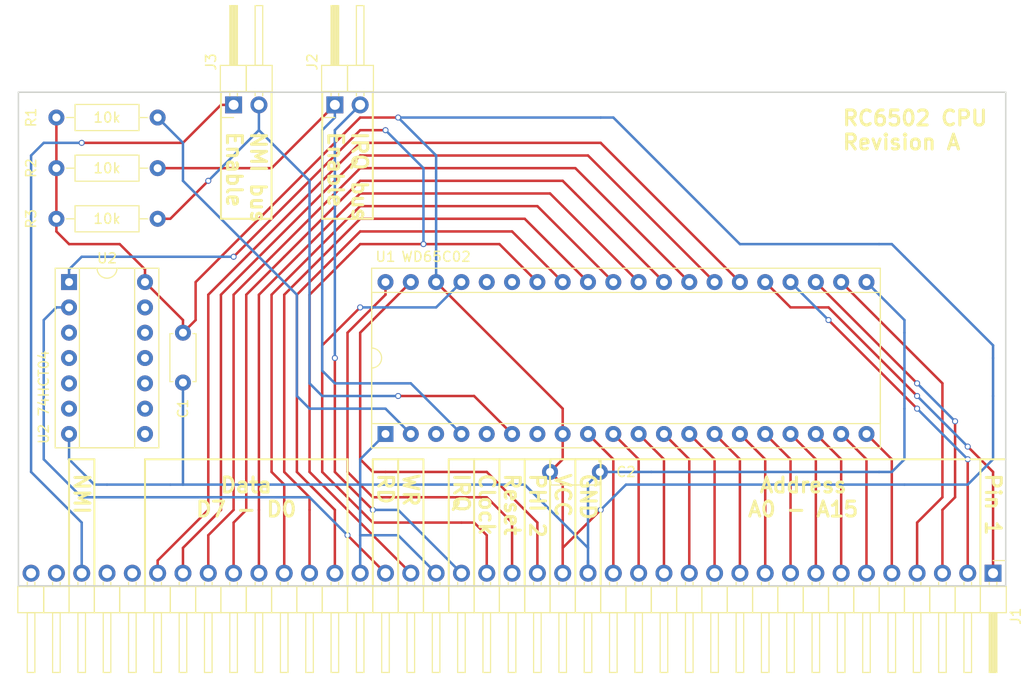
<source format=kicad_pcb>
(kicad_pcb (version 4) (host pcbnew 4.0.6)

  (general
    (links 52)
    (no_connects 0)
    (area 92.634999 91.364999 191.845001 141.045001)
    (thickness 1.6)
    (drawings 51)
    (tracks 283)
    (zones 0)
    (modules 10)
    (nets 37)
  )

  (page A4)
  (layers
    (0 F.Cu signal)
    (31 B.Cu signal)
    (32 B.Adhes user)
    (33 F.Adhes user)
    (34 B.Paste user)
    (35 F.Paste user)
    (36 B.SilkS user)
    (37 F.SilkS user)
    (38 B.Mask user)
    (39 F.Mask user)
    (40 Dwgs.User user)
    (41 Cmts.User user)
    (42 Eco1.User user)
    (43 Eco2.User user)
    (44 Edge.Cuts user)
    (45 Margin user)
    (46 B.CrtYd user)
    (47 F.CrtYd user)
    (48 B.Fab user)
    (49 F.Fab user)
  )

  (setup
    (last_trace_width 0.25)
    (trace_clearance 0.2)
    (zone_clearance 0.508)
    (zone_45_only no)
    (trace_min 0.2)
    (segment_width 0.2)
    (edge_width 0.15)
    (via_size 0.6)
    (via_drill 0.4)
    (via_min_size 0.4)
    (via_min_drill 0.3)
    (uvia_size 0.3)
    (uvia_drill 0.1)
    (uvias_allowed no)
    (uvia_min_size 0.2)
    (uvia_min_drill 0.1)
    (pcb_text_width 0.3)
    (pcb_text_size 1.5 1.5)
    (mod_edge_width 0.15)
    (mod_text_size 1 1)
    (mod_text_width 0.15)
    (pad_size 1.524 1.524)
    (pad_drill 0.762)
    (pad_to_mask_clearance 0.2)
    (aux_axis_origin 0 0)
    (visible_elements 7FFFFFFF)
    (pcbplotparams
      (layerselection 0x00030_80000001)
      (usegerberextensions false)
      (excludeedgelayer true)
      (linewidth 0.100000)
      (plotframeref false)
      (viasonmask false)
      (mode 1)
      (useauxorigin false)
      (hpglpennumber 1)
      (hpglpenspeed 20)
      (hpglpendiameter 15)
      (hpglpenoverlay 2)
      (psnegative false)
      (psa4output false)
      (plotreference true)
      (plotvalue true)
      (plotinvisibletext false)
      (padsonsilk false)
      (subtractmaskfromsilk false)
      (outputformat 1)
      (mirror false)
      (drillshape 1)
      (scaleselection 1)
      (outputdirectory ""))
  )

  (net 0 "")
  (net 1 A15)
  (net 2 A14)
  (net 3 A13)
  (net 4 A12)
  (net 5 A11)
  (net 6 A10)
  (net 7 A9)
  (net 8 A8)
  (net 9 A7)
  (net 10 A6)
  (net 11 A5)
  (net 12 A4)
  (net 13 A3)
  (net 14 A2)
  (net 15 A1)
  (net 16 A0)
  (net 17 GND)
  (net 18 VCC)
  (net 19 PHI2)
  (net 20 RESET)
  (net 21 CLOCK)
  (net 22 IRQ)
  (net 23 R/W)
  (net 24 RD)
  (net 25 D0)
  (net 26 D1)
  (net 27 D2)
  (net 28 D3)
  (net 29 D4)
  (net 30 D5)
  (net 31 D6)
  (net 32 D7)
  (net 33 NMI)
  (net 34 "Net-(J2-Pad1)")
  (net 35 "Net-(J3-Pad2)")
  (net 36 "Net-(R1-Pad1)")

  (net_class Default "This is the default net class."
    (clearance 0.2)
    (trace_width 0.25)
    (via_dia 0.6)
    (via_drill 0.4)
    (uvia_dia 0.3)
    (uvia_drill 0.1)
    (add_net A0)
    (add_net A1)
    (add_net A10)
    (add_net A11)
    (add_net A12)
    (add_net A13)
    (add_net A14)
    (add_net A15)
    (add_net A2)
    (add_net A3)
    (add_net A4)
    (add_net A5)
    (add_net A6)
    (add_net A7)
    (add_net A8)
    (add_net A9)
    (add_net CLOCK)
    (add_net D0)
    (add_net D1)
    (add_net D2)
    (add_net D3)
    (add_net D4)
    (add_net D5)
    (add_net D6)
    (add_net D7)
    (add_net GND)
    (add_net IRQ)
    (add_net NMI)
    (add_net "Net-(J2-Pad1)")
    (add_net "Net-(J3-Pad2)")
    (add_net "Net-(R1-Pad1)")
    (add_net PHI2)
    (add_net R/W)
    (add_net RD)
    (add_net RESET)
    (add_net VCC)
  )

  (module Pin_Headers:Pin_Header_Angled_1x39_Pitch2.54mm (layer F.Cu) (tedit 58CD4EC5) (tstamp 590CEA8A)
    (at 190.5 139.7 270)
    (descr "Through hole angled pin header, 1x39, 2.54mm pitch, 6mm pin length, single row")
    (tags "Through hole angled pin header THT 1x39 2.54mm single row")
    (path /590BAB0E)
    (fp_text reference J1 (at 4.315 -2.27 270) (layer F.SilkS)
      (effects (font (size 1 1) (thickness 0.15)))
    )
    (fp_text value CONN_01X39 (at 4.315 98.79 270) (layer F.Fab)
      (effects (font (size 1 1) (thickness 0.15)))
    )
    (fp_line (start 1.4 -1.27) (end 1.4 1.27) (layer F.Fab) (width 0.1))
    (fp_line (start 1.4 1.27) (end 3.9 1.27) (layer F.Fab) (width 0.1))
    (fp_line (start 3.9 1.27) (end 3.9 -1.27) (layer F.Fab) (width 0.1))
    (fp_line (start 3.9 -1.27) (end 1.4 -1.27) (layer F.Fab) (width 0.1))
    (fp_line (start 0 -0.32) (end 0 0.32) (layer F.Fab) (width 0.1))
    (fp_line (start 0 0.32) (end 9.9 0.32) (layer F.Fab) (width 0.1))
    (fp_line (start 9.9 0.32) (end 9.9 -0.32) (layer F.Fab) (width 0.1))
    (fp_line (start 9.9 -0.32) (end 0 -0.32) (layer F.Fab) (width 0.1))
    (fp_line (start 1.4 1.27) (end 1.4 3.81) (layer F.Fab) (width 0.1))
    (fp_line (start 1.4 3.81) (end 3.9 3.81) (layer F.Fab) (width 0.1))
    (fp_line (start 3.9 3.81) (end 3.9 1.27) (layer F.Fab) (width 0.1))
    (fp_line (start 3.9 1.27) (end 1.4 1.27) (layer F.Fab) (width 0.1))
    (fp_line (start 0 2.22) (end 0 2.86) (layer F.Fab) (width 0.1))
    (fp_line (start 0 2.86) (end 9.9 2.86) (layer F.Fab) (width 0.1))
    (fp_line (start 9.9 2.86) (end 9.9 2.22) (layer F.Fab) (width 0.1))
    (fp_line (start 9.9 2.22) (end 0 2.22) (layer F.Fab) (width 0.1))
    (fp_line (start 1.4 3.81) (end 1.4 6.35) (layer F.Fab) (width 0.1))
    (fp_line (start 1.4 6.35) (end 3.9 6.35) (layer F.Fab) (width 0.1))
    (fp_line (start 3.9 6.35) (end 3.9 3.81) (layer F.Fab) (width 0.1))
    (fp_line (start 3.9 3.81) (end 1.4 3.81) (layer F.Fab) (width 0.1))
    (fp_line (start 0 4.76) (end 0 5.4) (layer F.Fab) (width 0.1))
    (fp_line (start 0 5.4) (end 9.9 5.4) (layer F.Fab) (width 0.1))
    (fp_line (start 9.9 5.4) (end 9.9 4.76) (layer F.Fab) (width 0.1))
    (fp_line (start 9.9 4.76) (end 0 4.76) (layer F.Fab) (width 0.1))
    (fp_line (start 1.4 6.35) (end 1.4 8.89) (layer F.Fab) (width 0.1))
    (fp_line (start 1.4 8.89) (end 3.9 8.89) (layer F.Fab) (width 0.1))
    (fp_line (start 3.9 8.89) (end 3.9 6.35) (layer F.Fab) (width 0.1))
    (fp_line (start 3.9 6.35) (end 1.4 6.35) (layer F.Fab) (width 0.1))
    (fp_line (start 0 7.3) (end 0 7.94) (layer F.Fab) (width 0.1))
    (fp_line (start 0 7.94) (end 9.9 7.94) (layer F.Fab) (width 0.1))
    (fp_line (start 9.9 7.94) (end 9.9 7.3) (layer F.Fab) (width 0.1))
    (fp_line (start 9.9 7.3) (end 0 7.3) (layer F.Fab) (width 0.1))
    (fp_line (start 1.4 8.89) (end 1.4 11.43) (layer F.Fab) (width 0.1))
    (fp_line (start 1.4 11.43) (end 3.9 11.43) (layer F.Fab) (width 0.1))
    (fp_line (start 3.9 11.43) (end 3.9 8.89) (layer F.Fab) (width 0.1))
    (fp_line (start 3.9 8.89) (end 1.4 8.89) (layer F.Fab) (width 0.1))
    (fp_line (start 0 9.84) (end 0 10.48) (layer F.Fab) (width 0.1))
    (fp_line (start 0 10.48) (end 9.9 10.48) (layer F.Fab) (width 0.1))
    (fp_line (start 9.9 10.48) (end 9.9 9.84) (layer F.Fab) (width 0.1))
    (fp_line (start 9.9 9.84) (end 0 9.84) (layer F.Fab) (width 0.1))
    (fp_line (start 1.4 11.43) (end 1.4 13.97) (layer F.Fab) (width 0.1))
    (fp_line (start 1.4 13.97) (end 3.9 13.97) (layer F.Fab) (width 0.1))
    (fp_line (start 3.9 13.97) (end 3.9 11.43) (layer F.Fab) (width 0.1))
    (fp_line (start 3.9 11.43) (end 1.4 11.43) (layer F.Fab) (width 0.1))
    (fp_line (start 0 12.38) (end 0 13.02) (layer F.Fab) (width 0.1))
    (fp_line (start 0 13.02) (end 9.9 13.02) (layer F.Fab) (width 0.1))
    (fp_line (start 9.9 13.02) (end 9.9 12.38) (layer F.Fab) (width 0.1))
    (fp_line (start 9.9 12.38) (end 0 12.38) (layer F.Fab) (width 0.1))
    (fp_line (start 1.4 13.97) (end 1.4 16.51) (layer F.Fab) (width 0.1))
    (fp_line (start 1.4 16.51) (end 3.9 16.51) (layer F.Fab) (width 0.1))
    (fp_line (start 3.9 16.51) (end 3.9 13.97) (layer F.Fab) (width 0.1))
    (fp_line (start 3.9 13.97) (end 1.4 13.97) (layer F.Fab) (width 0.1))
    (fp_line (start 0 14.92) (end 0 15.56) (layer F.Fab) (width 0.1))
    (fp_line (start 0 15.56) (end 9.9 15.56) (layer F.Fab) (width 0.1))
    (fp_line (start 9.9 15.56) (end 9.9 14.92) (layer F.Fab) (width 0.1))
    (fp_line (start 9.9 14.92) (end 0 14.92) (layer F.Fab) (width 0.1))
    (fp_line (start 1.4 16.51) (end 1.4 19.05) (layer F.Fab) (width 0.1))
    (fp_line (start 1.4 19.05) (end 3.9 19.05) (layer F.Fab) (width 0.1))
    (fp_line (start 3.9 19.05) (end 3.9 16.51) (layer F.Fab) (width 0.1))
    (fp_line (start 3.9 16.51) (end 1.4 16.51) (layer F.Fab) (width 0.1))
    (fp_line (start 0 17.46) (end 0 18.1) (layer F.Fab) (width 0.1))
    (fp_line (start 0 18.1) (end 9.9 18.1) (layer F.Fab) (width 0.1))
    (fp_line (start 9.9 18.1) (end 9.9 17.46) (layer F.Fab) (width 0.1))
    (fp_line (start 9.9 17.46) (end 0 17.46) (layer F.Fab) (width 0.1))
    (fp_line (start 1.4 19.05) (end 1.4 21.59) (layer F.Fab) (width 0.1))
    (fp_line (start 1.4 21.59) (end 3.9 21.59) (layer F.Fab) (width 0.1))
    (fp_line (start 3.9 21.59) (end 3.9 19.05) (layer F.Fab) (width 0.1))
    (fp_line (start 3.9 19.05) (end 1.4 19.05) (layer F.Fab) (width 0.1))
    (fp_line (start 0 20) (end 0 20.64) (layer F.Fab) (width 0.1))
    (fp_line (start 0 20.64) (end 9.9 20.64) (layer F.Fab) (width 0.1))
    (fp_line (start 9.9 20.64) (end 9.9 20) (layer F.Fab) (width 0.1))
    (fp_line (start 9.9 20) (end 0 20) (layer F.Fab) (width 0.1))
    (fp_line (start 1.4 21.59) (end 1.4 24.13) (layer F.Fab) (width 0.1))
    (fp_line (start 1.4 24.13) (end 3.9 24.13) (layer F.Fab) (width 0.1))
    (fp_line (start 3.9 24.13) (end 3.9 21.59) (layer F.Fab) (width 0.1))
    (fp_line (start 3.9 21.59) (end 1.4 21.59) (layer F.Fab) (width 0.1))
    (fp_line (start 0 22.54) (end 0 23.18) (layer F.Fab) (width 0.1))
    (fp_line (start 0 23.18) (end 9.9 23.18) (layer F.Fab) (width 0.1))
    (fp_line (start 9.9 23.18) (end 9.9 22.54) (layer F.Fab) (width 0.1))
    (fp_line (start 9.9 22.54) (end 0 22.54) (layer F.Fab) (width 0.1))
    (fp_line (start 1.4 24.13) (end 1.4 26.67) (layer F.Fab) (width 0.1))
    (fp_line (start 1.4 26.67) (end 3.9 26.67) (layer F.Fab) (width 0.1))
    (fp_line (start 3.9 26.67) (end 3.9 24.13) (layer F.Fab) (width 0.1))
    (fp_line (start 3.9 24.13) (end 1.4 24.13) (layer F.Fab) (width 0.1))
    (fp_line (start 0 25.08) (end 0 25.72) (layer F.Fab) (width 0.1))
    (fp_line (start 0 25.72) (end 9.9 25.72) (layer F.Fab) (width 0.1))
    (fp_line (start 9.9 25.72) (end 9.9 25.08) (layer F.Fab) (width 0.1))
    (fp_line (start 9.9 25.08) (end 0 25.08) (layer F.Fab) (width 0.1))
    (fp_line (start 1.4 26.67) (end 1.4 29.21) (layer F.Fab) (width 0.1))
    (fp_line (start 1.4 29.21) (end 3.9 29.21) (layer F.Fab) (width 0.1))
    (fp_line (start 3.9 29.21) (end 3.9 26.67) (layer F.Fab) (width 0.1))
    (fp_line (start 3.9 26.67) (end 1.4 26.67) (layer F.Fab) (width 0.1))
    (fp_line (start 0 27.62) (end 0 28.26) (layer F.Fab) (width 0.1))
    (fp_line (start 0 28.26) (end 9.9 28.26) (layer F.Fab) (width 0.1))
    (fp_line (start 9.9 28.26) (end 9.9 27.62) (layer F.Fab) (width 0.1))
    (fp_line (start 9.9 27.62) (end 0 27.62) (layer F.Fab) (width 0.1))
    (fp_line (start 1.4 29.21) (end 1.4 31.75) (layer F.Fab) (width 0.1))
    (fp_line (start 1.4 31.75) (end 3.9 31.75) (layer F.Fab) (width 0.1))
    (fp_line (start 3.9 31.75) (end 3.9 29.21) (layer F.Fab) (width 0.1))
    (fp_line (start 3.9 29.21) (end 1.4 29.21) (layer F.Fab) (width 0.1))
    (fp_line (start 0 30.16) (end 0 30.8) (layer F.Fab) (width 0.1))
    (fp_line (start 0 30.8) (end 9.9 30.8) (layer F.Fab) (width 0.1))
    (fp_line (start 9.9 30.8) (end 9.9 30.16) (layer F.Fab) (width 0.1))
    (fp_line (start 9.9 30.16) (end 0 30.16) (layer F.Fab) (width 0.1))
    (fp_line (start 1.4 31.75) (end 1.4 34.29) (layer F.Fab) (width 0.1))
    (fp_line (start 1.4 34.29) (end 3.9 34.29) (layer F.Fab) (width 0.1))
    (fp_line (start 3.9 34.29) (end 3.9 31.75) (layer F.Fab) (width 0.1))
    (fp_line (start 3.9 31.75) (end 1.4 31.75) (layer F.Fab) (width 0.1))
    (fp_line (start 0 32.7) (end 0 33.34) (layer F.Fab) (width 0.1))
    (fp_line (start 0 33.34) (end 9.9 33.34) (layer F.Fab) (width 0.1))
    (fp_line (start 9.9 33.34) (end 9.9 32.7) (layer F.Fab) (width 0.1))
    (fp_line (start 9.9 32.7) (end 0 32.7) (layer F.Fab) (width 0.1))
    (fp_line (start 1.4 34.29) (end 1.4 36.83) (layer F.Fab) (width 0.1))
    (fp_line (start 1.4 36.83) (end 3.9 36.83) (layer F.Fab) (width 0.1))
    (fp_line (start 3.9 36.83) (end 3.9 34.29) (layer F.Fab) (width 0.1))
    (fp_line (start 3.9 34.29) (end 1.4 34.29) (layer F.Fab) (width 0.1))
    (fp_line (start 0 35.24) (end 0 35.88) (layer F.Fab) (width 0.1))
    (fp_line (start 0 35.88) (end 9.9 35.88) (layer F.Fab) (width 0.1))
    (fp_line (start 9.9 35.88) (end 9.9 35.24) (layer F.Fab) (width 0.1))
    (fp_line (start 9.9 35.24) (end 0 35.24) (layer F.Fab) (width 0.1))
    (fp_line (start 1.4 36.83) (end 1.4 39.37) (layer F.Fab) (width 0.1))
    (fp_line (start 1.4 39.37) (end 3.9 39.37) (layer F.Fab) (width 0.1))
    (fp_line (start 3.9 39.37) (end 3.9 36.83) (layer F.Fab) (width 0.1))
    (fp_line (start 3.9 36.83) (end 1.4 36.83) (layer F.Fab) (width 0.1))
    (fp_line (start 0 37.78) (end 0 38.42) (layer F.Fab) (width 0.1))
    (fp_line (start 0 38.42) (end 9.9 38.42) (layer F.Fab) (width 0.1))
    (fp_line (start 9.9 38.42) (end 9.9 37.78) (layer F.Fab) (width 0.1))
    (fp_line (start 9.9 37.78) (end 0 37.78) (layer F.Fab) (width 0.1))
    (fp_line (start 1.4 39.37) (end 1.4 41.91) (layer F.Fab) (width 0.1))
    (fp_line (start 1.4 41.91) (end 3.9 41.91) (layer F.Fab) (width 0.1))
    (fp_line (start 3.9 41.91) (end 3.9 39.37) (layer F.Fab) (width 0.1))
    (fp_line (start 3.9 39.37) (end 1.4 39.37) (layer F.Fab) (width 0.1))
    (fp_line (start 0 40.32) (end 0 40.96) (layer F.Fab) (width 0.1))
    (fp_line (start 0 40.96) (end 9.9 40.96) (layer F.Fab) (width 0.1))
    (fp_line (start 9.9 40.96) (end 9.9 40.32) (layer F.Fab) (width 0.1))
    (fp_line (start 9.9 40.32) (end 0 40.32) (layer F.Fab) (width 0.1))
    (fp_line (start 1.4 41.91) (end 1.4 44.45) (layer F.Fab) (width 0.1))
    (fp_line (start 1.4 44.45) (end 3.9 44.45) (layer F.Fab) (width 0.1))
    (fp_line (start 3.9 44.45) (end 3.9 41.91) (layer F.Fab) (width 0.1))
    (fp_line (start 3.9 41.91) (end 1.4 41.91) (layer F.Fab) (width 0.1))
    (fp_line (start 0 42.86) (end 0 43.5) (layer F.Fab) (width 0.1))
    (fp_line (start 0 43.5) (end 9.9 43.5) (layer F.Fab) (width 0.1))
    (fp_line (start 9.9 43.5) (end 9.9 42.86) (layer F.Fab) (width 0.1))
    (fp_line (start 9.9 42.86) (end 0 42.86) (layer F.Fab) (width 0.1))
    (fp_line (start 1.4 44.45) (end 1.4 46.99) (layer F.Fab) (width 0.1))
    (fp_line (start 1.4 46.99) (end 3.9 46.99) (layer F.Fab) (width 0.1))
    (fp_line (start 3.9 46.99) (end 3.9 44.45) (layer F.Fab) (width 0.1))
    (fp_line (start 3.9 44.45) (end 1.4 44.45) (layer F.Fab) (width 0.1))
    (fp_line (start 0 45.4) (end 0 46.04) (layer F.Fab) (width 0.1))
    (fp_line (start 0 46.04) (end 9.9 46.04) (layer F.Fab) (width 0.1))
    (fp_line (start 9.9 46.04) (end 9.9 45.4) (layer F.Fab) (width 0.1))
    (fp_line (start 9.9 45.4) (end 0 45.4) (layer F.Fab) (width 0.1))
    (fp_line (start 1.4 46.99) (end 1.4 49.53) (layer F.Fab) (width 0.1))
    (fp_line (start 1.4 49.53) (end 3.9 49.53) (layer F.Fab) (width 0.1))
    (fp_line (start 3.9 49.53) (end 3.9 46.99) (layer F.Fab) (width 0.1))
    (fp_line (start 3.9 46.99) (end 1.4 46.99) (layer F.Fab) (width 0.1))
    (fp_line (start 0 47.94) (end 0 48.58) (layer F.Fab) (width 0.1))
    (fp_line (start 0 48.58) (end 9.9 48.58) (layer F.Fab) (width 0.1))
    (fp_line (start 9.9 48.58) (end 9.9 47.94) (layer F.Fab) (width 0.1))
    (fp_line (start 9.9 47.94) (end 0 47.94) (layer F.Fab) (width 0.1))
    (fp_line (start 1.4 49.53) (end 1.4 52.07) (layer F.Fab) (width 0.1))
    (fp_line (start 1.4 52.07) (end 3.9 52.07) (layer F.Fab) (width 0.1))
    (fp_line (start 3.9 52.07) (end 3.9 49.53) (layer F.Fab) (width 0.1))
    (fp_line (start 3.9 49.53) (end 1.4 49.53) (layer F.Fab) (width 0.1))
    (fp_line (start 0 50.48) (end 0 51.12) (layer F.Fab) (width 0.1))
    (fp_line (start 0 51.12) (end 9.9 51.12) (layer F.Fab) (width 0.1))
    (fp_line (start 9.9 51.12) (end 9.9 50.48) (layer F.Fab) (width 0.1))
    (fp_line (start 9.9 50.48) (end 0 50.48) (layer F.Fab) (width 0.1))
    (fp_line (start 1.4 52.07) (end 1.4 54.61) (layer F.Fab) (width 0.1))
    (fp_line (start 1.4 54.61) (end 3.9 54.61) (layer F.Fab) (width 0.1))
    (fp_line (start 3.9 54.61) (end 3.9 52.07) (layer F.Fab) (width 0.1))
    (fp_line (start 3.9 52.07) (end 1.4 52.07) (layer F.Fab) (width 0.1))
    (fp_line (start 0 53.02) (end 0 53.66) (layer F.Fab) (width 0.1))
    (fp_line (start 0 53.66) (end 9.9 53.66) (layer F.Fab) (width 0.1))
    (fp_line (start 9.9 53.66) (end 9.9 53.02) (layer F.Fab) (width 0.1))
    (fp_line (start 9.9 53.02) (end 0 53.02) (layer F.Fab) (width 0.1))
    (fp_line (start 1.4 54.61) (end 1.4 57.15) (layer F.Fab) (width 0.1))
    (fp_line (start 1.4 57.15) (end 3.9 57.15) (layer F.Fab) (width 0.1))
    (fp_line (start 3.9 57.15) (end 3.9 54.61) (layer F.Fab) (width 0.1))
    (fp_line (start 3.9 54.61) (end 1.4 54.61) (layer F.Fab) (width 0.1))
    (fp_line (start 0 55.56) (end 0 56.2) (layer F.Fab) (width 0.1))
    (fp_line (start 0 56.2) (end 9.9 56.2) (layer F.Fab) (width 0.1))
    (fp_line (start 9.9 56.2) (end 9.9 55.56) (layer F.Fab) (width 0.1))
    (fp_line (start 9.9 55.56) (end 0 55.56) (layer F.Fab) (width 0.1))
    (fp_line (start 1.4 57.15) (end 1.4 59.69) (layer F.Fab) (width 0.1))
    (fp_line (start 1.4 59.69) (end 3.9 59.69) (layer F.Fab) (width 0.1))
    (fp_line (start 3.9 59.69) (end 3.9 57.15) (layer F.Fab) (width 0.1))
    (fp_line (start 3.9 57.15) (end 1.4 57.15) (layer F.Fab) (width 0.1))
    (fp_line (start 0 58.1) (end 0 58.74) (layer F.Fab) (width 0.1))
    (fp_line (start 0 58.74) (end 9.9 58.74) (layer F.Fab) (width 0.1))
    (fp_line (start 9.9 58.74) (end 9.9 58.1) (layer F.Fab) (width 0.1))
    (fp_line (start 9.9 58.1) (end 0 58.1) (layer F.Fab) (width 0.1))
    (fp_line (start 1.4 59.69) (end 1.4 62.23) (layer F.Fab) (width 0.1))
    (fp_line (start 1.4 62.23) (end 3.9 62.23) (layer F.Fab) (width 0.1))
    (fp_line (start 3.9 62.23) (end 3.9 59.69) (layer F.Fab) (width 0.1))
    (fp_line (start 3.9 59.69) (end 1.4 59.69) (layer F.Fab) (width 0.1))
    (fp_line (start 0 60.64) (end 0 61.28) (layer F.Fab) (width 0.1))
    (fp_line (start 0 61.28) (end 9.9 61.28) (layer F.Fab) (width 0.1))
    (fp_line (start 9.9 61.28) (end 9.9 60.64) (layer F.Fab) (width 0.1))
    (fp_line (start 9.9 60.64) (end 0 60.64) (layer F.Fab) (width 0.1))
    (fp_line (start 1.4 62.23) (end 1.4 64.77) (layer F.Fab) (width 0.1))
    (fp_line (start 1.4 64.77) (end 3.9 64.77) (layer F.Fab) (width 0.1))
    (fp_line (start 3.9 64.77) (end 3.9 62.23) (layer F.Fab) (width 0.1))
    (fp_line (start 3.9 62.23) (end 1.4 62.23) (layer F.Fab) (width 0.1))
    (fp_line (start 0 63.18) (end 0 63.82) (layer F.Fab) (width 0.1))
    (fp_line (start 0 63.82) (end 9.9 63.82) (layer F.Fab) (width 0.1))
    (fp_line (start 9.9 63.82) (end 9.9 63.18) (layer F.Fab) (width 0.1))
    (fp_line (start 9.9 63.18) (end 0 63.18) (layer F.Fab) (width 0.1))
    (fp_line (start 1.4 64.77) (end 1.4 67.31) (layer F.Fab) (width 0.1))
    (fp_line (start 1.4 67.31) (end 3.9 67.31) (layer F.Fab) (width 0.1))
    (fp_line (start 3.9 67.31) (end 3.9 64.77) (layer F.Fab) (width 0.1))
    (fp_line (start 3.9 64.77) (end 1.4 64.77) (layer F.Fab) (width 0.1))
    (fp_line (start 0 65.72) (end 0 66.36) (layer F.Fab) (width 0.1))
    (fp_line (start 0 66.36) (end 9.9 66.36) (layer F.Fab) (width 0.1))
    (fp_line (start 9.9 66.36) (end 9.9 65.72) (layer F.Fab) (width 0.1))
    (fp_line (start 9.9 65.72) (end 0 65.72) (layer F.Fab) (width 0.1))
    (fp_line (start 1.4 67.31) (end 1.4 69.85) (layer F.Fab) (width 0.1))
    (fp_line (start 1.4 69.85) (end 3.9 69.85) (layer F.Fab) (width 0.1))
    (fp_line (start 3.9 69.85) (end 3.9 67.31) (layer F.Fab) (width 0.1))
    (fp_line (start 3.9 67.31) (end 1.4 67.31) (layer F.Fab) (width 0.1))
    (fp_line (start 0 68.26) (end 0 68.9) (layer F.Fab) (width 0.1))
    (fp_line (start 0 68.9) (end 9.9 68.9) (layer F.Fab) (width 0.1))
    (fp_line (start 9.9 68.9) (end 9.9 68.26) (layer F.Fab) (width 0.1))
    (fp_line (start 9.9 68.26) (end 0 68.26) (layer F.Fab) (width 0.1))
    (fp_line (start 1.4 69.85) (end 1.4 72.39) (layer F.Fab) (width 0.1))
    (fp_line (start 1.4 72.39) (end 3.9 72.39) (layer F.Fab) (width 0.1))
    (fp_line (start 3.9 72.39) (end 3.9 69.85) (layer F.Fab) (width 0.1))
    (fp_line (start 3.9 69.85) (end 1.4 69.85) (layer F.Fab) (width 0.1))
    (fp_line (start 0 70.8) (end 0 71.44) (layer F.Fab) (width 0.1))
    (fp_line (start 0 71.44) (end 9.9 71.44) (layer F.Fab) (width 0.1))
    (fp_line (start 9.9 71.44) (end 9.9 70.8) (layer F.Fab) (width 0.1))
    (fp_line (start 9.9 70.8) (end 0 70.8) (layer F.Fab) (width 0.1))
    (fp_line (start 1.4 72.39) (end 1.4 74.93) (layer F.Fab) (width 0.1))
    (fp_line (start 1.4 74.93) (end 3.9 74.93) (layer F.Fab) (width 0.1))
    (fp_line (start 3.9 74.93) (end 3.9 72.39) (layer F.Fab) (width 0.1))
    (fp_line (start 3.9 72.39) (end 1.4 72.39) (layer F.Fab) (width 0.1))
    (fp_line (start 0 73.34) (end 0 73.98) (layer F.Fab) (width 0.1))
    (fp_line (start 0 73.98) (end 9.9 73.98) (layer F.Fab) (width 0.1))
    (fp_line (start 9.9 73.98) (end 9.9 73.34) (layer F.Fab) (width 0.1))
    (fp_line (start 9.9 73.34) (end 0 73.34) (layer F.Fab) (width 0.1))
    (fp_line (start 1.4 74.93) (end 1.4 77.47) (layer F.Fab) (width 0.1))
    (fp_line (start 1.4 77.47) (end 3.9 77.47) (layer F.Fab) (width 0.1))
    (fp_line (start 3.9 77.47) (end 3.9 74.93) (layer F.Fab) (width 0.1))
    (fp_line (start 3.9 74.93) (end 1.4 74.93) (layer F.Fab) (width 0.1))
    (fp_line (start 0 75.88) (end 0 76.52) (layer F.Fab) (width 0.1))
    (fp_line (start 0 76.52) (end 9.9 76.52) (layer F.Fab) (width 0.1))
    (fp_line (start 9.9 76.52) (end 9.9 75.88) (layer F.Fab) (width 0.1))
    (fp_line (start 9.9 75.88) (end 0 75.88) (layer F.Fab) (width 0.1))
    (fp_line (start 1.4 77.47) (end 1.4 80.01) (layer F.Fab) (width 0.1))
    (fp_line (start 1.4 80.01) (end 3.9 80.01) (layer F.Fab) (width 0.1))
    (fp_line (start 3.9 80.01) (end 3.9 77.47) (layer F.Fab) (width 0.1))
    (fp_line (start 3.9 77.47) (end 1.4 77.47) (layer F.Fab) (width 0.1))
    (fp_line (start 0 78.42) (end 0 79.06) (layer F.Fab) (width 0.1))
    (fp_line (start 0 79.06) (end 9.9 79.06) (layer F.Fab) (width 0.1))
    (fp_line (start 9.9 79.06) (end 9.9 78.42) (layer F.Fab) (width 0.1))
    (fp_line (start 9.9 78.42) (end 0 78.42) (layer F.Fab) (width 0.1))
    (fp_line (start 1.4 80.01) (end 1.4 82.55) (layer F.Fab) (width 0.1))
    (fp_line (start 1.4 82.55) (end 3.9 82.55) (layer F.Fab) (width 0.1))
    (fp_line (start 3.9 82.55) (end 3.9 80.01) (layer F.Fab) (width 0.1))
    (fp_line (start 3.9 80.01) (end 1.4 80.01) (layer F.Fab) (width 0.1))
    (fp_line (start 0 80.96) (end 0 81.6) (layer F.Fab) (width 0.1))
    (fp_line (start 0 81.6) (end 9.9 81.6) (layer F.Fab) (width 0.1))
    (fp_line (start 9.9 81.6) (end 9.9 80.96) (layer F.Fab) (width 0.1))
    (fp_line (start 9.9 80.96) (end 0 80.96) (layer F.Fab) (width 0.1))
    (fp_line (start 1.4 82.55) (end 1.4 85.09) (layer F.Fab) (width 0.1))
    (fp_line (start 1.4 85.09) (end 3.9 85.09) (layer F.Fab) (width 0.1))
    (fp_line (start 3.9 85.09) (end 3.9 82.55) (layer F.Fab) (width 0.1))
    (fp_line (start 3.9 82.55) (end 1.4 82.55) (layer F.Fab) (width 0.1))
    (fp_line (start 0 83.5) (end 0 84.14) (layer F.Fab) (width 0.1))
    (fp_line (start 0 84.14) (end 9.9 84.14) (layer F.Fab) (width 0.1))
    (fp_line (start 9.9 84.14) (end 9.9 83.5) (layer F.Fab) (width 0.1))
    (fp_line (start 9.9 83.5) (end 0 83.5) (layer F.Fab) (width 0.1))
    (fp_line (start 1.4 85.09) (end 1.4 87.63) (layer F.Fab) (width 0.1))
    (fp_line (start 1.4 87.63) (end 3.9 87.63) (layer F.Fab) (width 0.1))
    (fp_line (start 3.9 87.63) (end 3.9 85.09) (layer F.Fab) (width 0.1))
    (fp_line (start 3.9 85.09) (end 1.4 85.09) (layer F.Fab) (width 0.1))
    (fp_line (start 0 86.04) (end 0 86.68) (layer F.Fab) (width 0.1))
    (fp_line (start 0 86.68) (end 9.9 86.68) (layer F.Fab) (width 0.1))
    (fp_line (start 9.9 86.68) (end 9.9 86.04) (layer F.Fab) (width 0.1))
    (fp_line (start 9.9 86.04) (end 0 86.04) (layer F.Fab) (width 0.1))
    (fp_line (start 1.4 87.63) (end 1.4 90.17) (layer F.Fab) (width 0.1))
    (fp_line (start 1.4 90.17) (end 3.9 90.17) (layer F.Fab) (width 0.1))
    (fp_line (start 3.9 90.17) (end 3.9 87.63) (layer F.Fab) (width 0.1))
    (fp_line (start 3.9 87.63) (end 1.4 87.63) (layer F.Fab) (width 0.1))
    (fp_line (start 0 88.58) (end 0 89.22) (layer F.Fab) (width 0.1))
    (fp_line (start 0 89.22) (end 9.9 89.22) (layer F.Fab) (width 0.1))
    (fp_line (start 9.9 89.22) (end 9.9 88.58) (layer F.Fab) (width 0.1))
    (fp_line (start 9.9 88.58) (end 0 88.58) (layer F.Fab) (width 0.1))
    (fp_line (start 1.4 90.17) (end 1.4 92.71) (layer F.Fab) (width 0.1))
    (fp_line (start 1.4 92.71) (end 3.9 92.71) (layer F.Fab) (width 0.1))
    (fp_line (start 3.9 92.71) (end 3.9 90.17) (layer F.Fab) (width 0.1))
    (fp_line (start 3.9 90.17) (end 1.4 90.17) (layer F.Fab) (width 0.1))
    (fp_line (start 0 91.12) (end 0 91.76) (layer F.Fab) (width 0.1))
    (fp_line (start 0 91.76) (end 9.9 91.76) (layer F.Fab) (width 0.1))
    (fp_line (start 9.9 91.76) (end 9.9 91.12) (layer F.Fab) (width 0.1))
    (fp_line (start 9.9 91.12) (end 0 91.12) (layer F.Fab) (width 0.1))
    (fp_line (start 1.4 92.71) (end 1.4 95.25) (layer F.Fab) (width 0.1))
    (fp_line (start 1.4 95.25) (end 3.9 95.25) (layer F.Fab) (width 0.1))
    (fp_line (start 3.9 95.25) (end 3.9 92.71) (layer F.Fab) (width 0.1))
    (fp_line (start 3.9 92.71) (end 1.4 92.71) (layer F.Fab) (width 0.1))
    (fp_line (start 0 93.66) (end 0 94.3) (layer F.Fab) (width 0.1))
    (fp_line (start 0 94.3) (end 9.9 94.3) (layer F.Fab) (width 0.1))
    (fp_line (start 9.9 94.3) (end 9.9 93.66) (layer F.Fab) (width 0.1))
    (fp_line (start 9.9 93.66) (end 0 93.66) (layer F.Fab) (width 0.1))
    (fp_line (start 1.4 95.25) (end 1.4 97.79) (layer F.Fab) (width 0.1))
    (fp_line (start 1.4 97.79) (end 3.9 97.79) (layer F.Fab) (width 0.1))
    (fp_line (start 3.9 97.79) (end 3.9 95.25) (layer F.Fab) (width 0.1))
    (fp_line (start 3.9 95.25) (end 1.4 95.25) (layer F.Fab) (width 0.1))
    (fp_line (start 0 96.2) (end 0 96.84) (layer F.Fab) (width 0.1))
    (fp_line (start 0 96.84) (end 9.9 96.84) (layer F.Fab) (width 0.1))
    (fp_line (start 9.9 96.84) (end 9.9 96.2) (layer F.Fab) (width 0.1))
    (fp_line (start 9.9 96.2) (end 0 96.2) (layer F.Fab) (width 0.1))
    (fp_line (start 1.34 -1.33) (end 1.34 1.27) (layer F.SilkS) (width 0.12))
    (fp_line (start 1.34 1.27) (end 3.96 1.27) (layer F.SilkS) (width 0.12))
    (fp_line (start 3.96 1.27) (end 3.96 -1.33) (layer F.SilkS) (width 0.12))
    (fp_line (start 3.96 -1.33) (end 1.34 -1.33) (layer F.SilkS) (width 0.12))
    (fp_line (start 3.96 -0.38) (end 3.96 0.38) (layer F.SilkS) (width 0.12))
    (fp_line (start 3.96 0.38) (end 9.96 0.38) (layer F.SilkS) (width 0.12))
    (fp_line (start 9.96 0.38) (end 9.96 -0.38) (layer F.SilkS) (width 0.12))
    (fp_line (start 9.96 -0.38) (end 3.96 -0.38) (layer F.SilkS) (width 0.12))
    (fp_line (start 0.91 -0.38) (end 1.34 -0.38) (layer F.SilkS) (width 0.12))
    (fp_line (start 0.91 0.38) (end 1.34 0.38) (layer F.SilkS) (width 0.12))
    (fp_line (start 3.96 -0.26) (end 9.96 -0.26) (layer F.SilkS) (width 0.12))
    (fp_line (start 3.96 -0.14) (end 9.96 -0.14) (layer F.SilkS) (width 0.12))
    (fp_line (start 3.96 -0.02) (end 9.96 -0.02) (layer F.SilkS) (width 0.12))
    (fp_line (start 3.96 0.1) (end 9.96 0.1) (layer F.SilkS) (width 0.12))
    (fp_line (start 3.96 0.22) (end 9.96 0.22) (layer F.SilkS) (width 0.12))
    (fp_line (start 3.96 0.34) (end 9.96 0.34) (layer F.SilkS) (width 0.12))
    (fp_line (start 1.34 1.27) (end 1.34 3.81) (layer F.SilkS) (width 0.12))
    (fp_line (start 1.34 3.81) (end 3.96 3.81) (layer F.SilkS) (width 0.12))
    (fp_line (start 3.96 3.81) (end 3.96 1.27) (layer F.SilkS) (width 0.12))
    (fp_line (start 3.96 1.27) (end 1.34 1.27) (layer F.SilkS) (width 0.12))
    (fp_line (start 3.96 2.16) (end 3.96 2.92) (layer F.SilkS) (width 0.12))
    (fp_line (start 3.96 2.92) (end 9.96 2.92) (layer F.SilkS) (width 0.12))
    (fp_line (start 9.96 2.92) (end 9.96 2.16) (layer F.SilkS) (width 0.12))
    (fp_line (start 9.96 2.16) (end 3.96 2.16) (layer F.SilkS) (width 0.12))
    (fp_line (start 0.91 2.16) (end 1.34 2.16) (layer F.SilkS) (width 0.12))
    (fp_line (start 0.91 2.92) (end 1.34 2.92) (layer F.SilkS) (width 0.12))
    (fp_line (start 1.34 3.81) (end 1.34 6.35) (layer F.SilkS) (width 0.12))
    (fp_line (start 1.34 6.35) (end 3.96 6.35) (layer F.SilkS) (width 0.12))
    (fp_line (start 3.96 6.35) (end 3.96 3.81) (layer F.SilkS) (width 0.12))
    (fp_line (start 3.96 3.81) (end 1.34 3.81) (layer F.SilkS) (width 0.12))
    (fp_line (start 3.96 4.7) (end 3.96 5.46) (layer F.SilkS) (width 0.12))
    (fp_line (start 3.96 5.46) (end 9.96 5.46) (layer F.SilkS) (width 0.12))
    (fp_line (start 9.96 5.46) (end 9.96 4.7) (layer F.SilkS) (width 0.12))
    (fp_line (start 9.96 4.7) (end 3.96 4.7) (layer F.SilkS) (width 0.12))
    (fp_line (start 0.91 4.7) (end 1.34 4.7) (layer F.SilkS) (width 0.12))
    (fp_line (start 0.91 5.46) (end 1.34 5.46) (layer F.SilkS) (width 0.12))
    (fp_line (start 1.34 6.35) (end 1.34 8.89) (layer F.SilkS) (width 0.12))
    (fp_line (start 1.34 8.89) (end 3.96 8.89) (layer F.SilkS) (width 0.12))
    (fp_line (start 3.96 8.89) (end 3.96 6.35) (layer F.SilkS) (width 0.12))
    (fp_line (start 3.96 6.35) (end 1.34 6.35) (layer F.SilkS) (width 0.12))
    (fp_line (start 3.96 7.24) (end 3.96 8) (layer F.SilkS) (width 0.12))
    (fp_line (start 3.96 8) (end 9.96 8) (layer F.SilkS) (width 0.12))
    (fp_line (start 9.96 8) (end 9.96 7.24) (layer F.SilkS) (width 0.12))
    (fp_line (start 9.96 7.24) (end 3.96 7.24) (layer F.SilkS) (width 0.12))
    (fp_line (start 0.91 7.24) (end 1.34 7.24) (layer F.SilkS) (width 0.12))
    (fp_line (start 0.91 8) (end 1.34 8) (layer F.SilkS) (width 0.12))
    (fp_line (start 1.34 8.89) (end 1.34 11.43) (layer F.SilkS) (width 0.12))
    (fp_line (start 1.34 11.43) (end 3.96 11.43) (layer F.SilkS) (width 0.12))
    (fp_line (start 3.96 11.43) (end 3.96 8.89) (layer F.SilkS) (width 0.12))
    (fp_line (start 3.96 8.89) (end 1.34 8.89) (layer F.SilkS) (width 0.12))
    (fp_line (start 3.96 9.78) (end 3.96 10.54) (layer F.SilkS) (width 0.12))
    (fp_line (start 3.96 10.54) (end 9.96 10.54) (layer F.SilkS) (width 0.12))
    (fp_line (start 9.96 10.54) (end 9.96 9.78) (layer F.SilkS) (width 0.12))
    (fp_line (start 9.96 9.78) (end 3.96 9.78) (layer F.SilkS) (width 0.12))
    (fp_line (start 0.91 9.78) (end 1.34 9.78) (layer F.SilkS) (width 0.12))
    (fp_line (start 0.91 10.54) (end 1.34 10.54) (layer F.SilkS) (width 0.12))
    (fp_line (start 1.34 11.43) (end 1.34 13.97) (layer F.SilkS) (width 0.12))
    (fp_line (start 1.34 13.97) (end 3.96 13.97) (layer F.SilkS) (width 0.12))
    (fp_line (start 3.96 13.97) (end 3.96 11.43) (layer F.SilkS) (width 0.12))
    (fp_line (start 3.96 11.43) (end 1.34 11.43) (layer F.SilkS) (width 0.12))
    (fp_line (start 3.96 12.32) (end 3.96 13.08) (layer F.SilkS) (width 0.12))
    (fp_line (start 3.96 13.08) (end 9.96 13.08) (layer F.SilkS) (width 0.12))
    (fp_line (start 9.96 13.08) (end 9.96 12.32) (layer F.SilkS) (width 0.12))
    (fp_line (start 9.96 12.32) (end 3.96 12.32) (layer F.SilkS) (width 0.12))
    (fp_line (start 0.91 12.32) (end 1.34 12.32) (layer F.SilkS) (width 0.12))
    (fp_line (start 0.91 13.08) (end 1.34 13.08) (layer F.SilkS) (width 0.12))
    (fp_line (start 1.34 13.97) (end 1.34 16.51) (layer F.SilkS) (width 0.12))
    (fp_line (start 1.34 16.51) (end 3.96 16.51) (layer F.SilkS) (width 0.12))
    (fp_line (start 3.96 16.51) (end 3.96 13.97) (layer F.SilkS) (width 0.12))
    (fp_line (start 3.96 13.97) (end 1.34 13.97) (layer F.SilkS) (width 0.12))
    (fp_line (start 3.96 14.86) (end 3.96 15.62) (layer F.SilkS) (width 0.12))
    (fp_line (start 3.96 15.62) (end 9.96 15.62) (layer F.SilkS) (width 0.12))
    (fp_line (start 9.96 15.62) (end 9.96 14.86) (layer F.SilkS) (width 0.12))
    (fp_line (start 9.96 14.86) (end 3.96 14.86) (layer F.SilkS) (width 0.12))
    (fp_line (start 0.91 14.86) (end 1.34 14.86) (layer F.SilkS) (width 0.12))
    (fp_line (start 0.91 15.62) (end 1.34 15.62) (layer F.SilkS) (width 0.12))
    (fp_line (start 1.34 16.51) (end 1.34 19.05) (layer F.SilkS) (width 0.12))
    (fp_line (start 1.34 19.05) (end 3.96 19.05) (layer F.SilkS) (width 0.12))
    (fp_line (start 3.96 19.05) (end 3.96 16.51) (layer F.SilkS) (width 0.12))
    (fp_line (start 3.96 16.51) (end 1.34 16.51) (layer F.SilkS) (width 0.12))
    (fp_line (start 3.96 17.4) (end 3.96 18.16) (layer F.SilkS) (width 0.12))
    (fp_line (start 3.96 18.16) (end 9.96 18.16) (layer F.SilkS) (width 0.12))
    (fp_line (start 9.96 18.16) (end 9.96 17.4) (layer F.SilkS) (width 0.12))
    (fp_line (start 9.96 17.4) (end 3.96 17.4) (layer F.SilkS) (width 0.12))
    (fp_line (start 0.91 17.4) (end 1.34 17.4) (layer F.SilkS) (width 0.12))
    (fp_line (start 0.91 18.16) (end 1.34 18.16) (layer F.SilkS) (width 0.12))
    (fp_line (start 1.34 19.05) (end 1.34 21.59) (layer F.SilkS) (width 0.12))
    (fp_line (start 1.34 21.59) (end 3.96 21.59) (layer F.SilkS) (width 0.12))
    (fp_line (start 3.96 21.59) (end 3.96 19.05) (layer F.SilkS) (width 0.12))
    (fp_line (start 3.96 19.05) (end 1.34 19.05) (layer F.SilkS) (width 0.12))
    (fp_line (start 3.96 19.94) (end 3.96 20.7) (layer F.SilkS) (width 0.12))
    (fp_line (start 3.96 20.7) (end 9.96 20.7) (layer F.SilkS) (width 0.12))
    (fp_line (start 9.96 20.7) (end 9.96 19.94) (layer F.SilkS) (width 0.12))
    (fp_line (start 9.96 19.94) (end 3.96 19.94) (layer F.SilkS) (width 0.12))
    (fp_line (start 0.91 19.94) (end 1.34 19.94) (layer F.SilkS) (width 0.12))
    (fp_line (start 0.91 20.7) (end 1.34 20.7) (layer F.SilkS) (width 0.12))
    (fp_line (start 1.34 21.59) (end 1.34 24.13) (layer F.SilkS) (width 0.12))
    (fp_line (start 1.34 24.13) (end 3.96 24.13) (layer F.SilkS) (width 0.12))
    (fp_line (start 3.96 24.13) (end 3.96 21.59) (layer F.SilkS) (width 0.12))
    (fp_line (start 3.96 21.59) (end 1.34 21.59) (layer F.SilkS) (width 0.12))
    (fp_line (start 3.96 22.48) (end 3.96 23.24) (layer F.SilkS) (width 0.12))
    (fp_line (start 3.96 23.24) (end 9.96 23.24) (layer F.SilkS) (width 0.12))
    (fp_line (start 9.96 23.24) (end 9.96 22.48) (layer F.SilkS) (width 0.12))
    (fp_line (start 9.96 22.48) (end 3.96 22.48) (layer F.SilkS) (width 0.12))
    (fp_line (start 0.91 22.48) (end 1.34 22.48) (layer F.SilkS) (width 0.12))
    (fp_line (start 0.91 23.24) (end 1.34 23.24) (layer F.SilkS) (width 0.12))
    (fp_line (start 1.34 24.13) (end 1.34 26.67) (layer F.SilkS) (width 0.12))
    (fp_line (start 1.34 26.67) (end 3.96 26.67) (layer F.SilkS) (width 0.12))
    (fp_line (start 3.96 26.67) (end 3.96 24.13) (layer F.SilkS) (width 0.12))
    (fp_line (start 3.96 24.13) (end 1.34 24.13) (layer F.SilkS) (width 0.12))
    (fp_line (start 3.96 25.02) (end 3.96 25.78) (layer F.SilkS) (width 0.12))
    (fp_line (start 3.96 25.78) (end 9.96 25.78) (layer F.SilkS) (width 0.12))
    (fp_line (start 9.96 25.78) (end 9.96 25.02) (layer F.SilkS) (width 0.12))
    (fp_line (start 9.96 25.02) (end 3.96 25.02) (layer F.SilkS) (width 0.12))
    (fp_line (start 0.91 25.02) (end 1.34 25.02) (layer F.SilkS) (width 0.12))
    (fp_line (start 0.91 25.78) (end 1.34 25.78) (layer F.SilkS) (width 0.12))
    (fp_line (start 1.34 26.67) (end 1.34 29.21) (layer F.SilkS) (width 0.12))
    (fp_line (start 1.34 29.21) (end 3.96 29.21) (layer F.SilkS) (width 0.12))
    (fp_line (start 3.96 29.21) (end 3.96 26.67) (layer F.SilkS) (width 0.12))
    (fp_line (start 3.96 26.67) (end 1.34 26.67) (layer F.SilkS) (width 0.12))
    (fp_line (start 3.96 27.56) (end 3.96 28.32) (layer F.SilkS) (width 0.12))
    (fp_line (start 3.96 28.32) (end 9.96 28.32) (layer F.SilkS) (width 0.12))
    (fp_line (start 9.96 28.32) (end 9.96 27.56) (layer F.SilkS) (width 0.12))
    (fp_line (start 9.96 27.56) (end 3.96 27.56) (layer F.SilkS) (width 0.12))
    (fp_line (start 0.91 27.56) (end 1.34 27.56) (layer F.SilkS) (width 0.12))
    (fp_line (start 0.91 28.32) (end 1.34 28.32) (layer F.SilkS) (width 0.12))
    (fp_line (start 1.34 29.21) (end 1.34 31.75) (layer F.SilkS) (width 0.12))
    (fp_line (start 1.34 31.75) (end 3.96 31.75) (layer F.SilkS) (width 0.12))
    (fp_line (start 3.96 31.75) (end 3.96 29.21) (layer F.SilkS) (width 0.12))
    (fp_line (start 3.96 29.21) (end 1.34 29.21) (layer F.SilkS) (width 0.12))
    (fp_line (start 3.96 30.1) (end 3.96 30.86) (layer F.SilkS) (width 0.12))
    (fp_line (start 3.96 30.86) (end 9.96 30.86) (layer F.SilkS) (width 0.12))
    (fp_line (start 9.96 30.86) (end 9.96 30.1) (layer F.SilkS) (width 0.12))
    (fp_line (start 9.96 30.1) (end 3.96 30.1) (layer F.SilkS) (width 0.12))
    (fp_line (start 0.91 30.1) (end 1.34 30.1) (layer F.SilkS) (width 0.12))
    (fp_line (start 0.91 30.86) (end 1.34 30.86) (layer F.SilkS) (width 0.12))
    (fp_line (start 1.34 31.75) (end 1.34 34.29) (layer F.SilkS) (width 0.12))
    (fp_line (start 1.34 34.29) (end 3.96 34.29) (layer F.SilkS) (width 0.12))
    (fp_line (start 3.96 34.29) (end 3.96 31.75) (layer F.SilkS) (width 0.12))
    (fp_line (start 3.96 31.75) (end 1.34 31.75) (layer F.SilkS) (width 0.12))
    (fp_line (start 3.96 32.64) (end 3.96 33.4) (layer F.SilkS) (width 0.12))
    (fp_line (start 3.96 33.4) (end 9.96 33.4) (layer F.SilkS) (width 0.12))
    (fp_line (start 9.96 33.4) (end 9.96 32.64) (layer F.SilkS) (width 0.12))
    (fp_line (start 9.96 32.64) (end 3.96 32.64) (layer F.SilkS) (width 0.12))
    (fp_line (start 0.91 32.64) (end 1.34 32.64) (layer F.SilkS) (width 0.12))
    (fp_line (start 0.91 33.4) (end 1.34 33.4) (layer F.SilkS) (width 0.12))
    (fp_line (start 1.34 34.29) (end 1.34 36.83) (layer F.SilkS) (width 0.12))
    (fp_line (start 1.34 36.83) (end 3.96 36.83) (layer F.SilkS) (width 0.12))
    (fp_line (start 3.96 36.83) (end 3.96 34.29) (layer F.SilkS) (width 0.12))
    (fp_line (start 3.96 34.29) (end 1.34 34.29) (layer F.SilkS) (width 0.12))
    (fp_line (start 3.96 35.18) (end 3.96 35.94) (layer F.SilkS) (width 0.12))
    (fp_line (start 3.96 35.94) (end 9.96 35.94) (layer F.SilkS) (width 0.12))
    (fp_line (start 9.96 35.94) (end 9.96 35.18) (layer F.SilkS) (width 0.12))
    (fp_line (start 9.96 35.18) (end 3.96 35.18) (layer F.SilkS) (width 0.12))
    (fp_line (start 0.91 35.18) (end 1.34 35.18) (layer F.SilkS) (width 0.12))
    (fp_line (start 0.91 35.94) (end 1.34 35.94) (layer F.SilkS) (width 0.12))
    (fp_line (start 1.34 36.83) (end 1.34 39.37) (layer F.SilkS) (width 0.12))
    (fp_line (start 1.34 39.37) (end 3.96 39.37) (layer F.SilkS) (width 0.12))
    (fp_line (start 3.96 39.37) (end 3.96 36.83) (layer F.SilkS) (width 0.12))
    (fp_line (start 3.96 36.83) (end 1.34 36.83) (layer F.SilkS) (width 0.12))
    (fp_line (start 3.96 37.72) (end 3.96 38.48) (layer F.SilkS) (width 0.12))
    (fp_line (start 3.96 38.48) (end 9.96 38.48) (layer F.SilkS) (width 0.12))
    (fp_line (start 9.96 38.48) (end 9.96 37.72) (layer F.SilkS) (width 0.12))
    (fp_line (start 9.96 37.72) (end 3.96 37.72) (layer F.SilkS) (width 0.12))
    (fp_line (start 0.91 37.72) (end 1.34 37.72) (layer F.SilkS) (width 0.12))
    (fp_line (start 0.91 38.48) (end 1.34 38.48) (layer F.SilkS) (width 0.12))
    (fp_line (start 1.34 39.37) (end 1.34 41.91) (layer F.SilkS) (width 0.12))
    (fp_line (start 1.34 41.91) (end 3.96 41.91) (layer F.SilkS) (width 0.12))
    (fp_line (start 3.96 41.91) (end 3.96 39.37) (layer F.SilkS) (width 0.12))
    (fp_line (start 3.96 39.37) (end 1.34 39.37) (layer F.SilkS) (width 0.12))
    (fp_line (start 3.96 40.26) (end 3.96 41.02) (layer F.SilkS) (width 0.12))
    (fp_line (start 3.96 41.02) (end 9.96 41.02) (layer F.SilkS) (width 0.12))
    (fp_line (start 9.96 41.02) (end 9.96 40.26) (layer F.SilkS) (width 0.12))
    (fp_line (start 9.96 40.26) (end 3.96 40.26) (layer F.SilkS) (width 0.12))
    (fp_line (start 0.91 40.26) (end 1.34 40.26) (layer F.SilkS) (width 0.12))
    (fp_line (start 0.91 41.02) (end 1.34 41.02) (layer F.SilkS) (width 0.12))
    (fp_line (start 1.34 41.91) (end 1.34 44.45) (layer F.SilkS) (width 0.12))
    (fp_line (start 1.34 44.45) (end 3.96 44.45) (layer F.SilkS) (width 0.12))
    (fp_line (start 3.96 44.45) (end 3.96 41.91) (layer F.SilkS) (width 0.12))
    (fp_line (start 3.96 41.91) (end 1.34 41.91) (layer F.SilkS) (width 0.12))
    (fp_line (start 3.96 42.8) (end 3.96 43.56) (layer F.SilkS) (width 0.12))
    (fp_line (start 3.96 43.56) (end 9.96 43.56) (layer F.SilkS) (width 0.12))
    (fp_line (start 9.96 43.56) (end 9.96 42.8) (layer F.SilkS) (width 0.12))
    (fp_line (start 9.96 42.8) (end 3.96 42.8) (layer F.SilkS) (width 0.12))
    (fp_line (start 0.91 42.8) (end 1.34 42.8) (layer F.SilkS) (width 0.12))
    (fp_line (start 0.91 43.56) (end 1.34 43.56) (layer F.SilkS) (width 0.12))
    (fp_line (start 1.34 44.45) (end 1.34 46.99) (layer F.SilkS) (width 0.12))
    (fp_line (start 1.34 46.99) (end 3.96 46.99) (layer F.SilkS) (width 0.12))
    (fp_line (start 3.96 46.99) (end 3.96 44.45) (layer F.SilkS) (width 0.12))
    (fp_line (start 3.96 44.45) (end 1.34 44.45) (layer F.SilkS) (width 0.12))
    (fp_line (start 3.96 45.34) (end 3.96 46.1) (layer F.SilkS) (width 0.12))
    (fp_line (start 3.96 46.1) (end 9.96 46.1) (layer F.SilkS) (width 0.12))
    (fp_line (start 9.96 46.1) (end 9.96 45.34) (layer F.SilkS) (width 0.12))
    (fp_line (start 9.96 45.34) (end 3.96 45.34) (layer F.SilkS) (width 0.12))
    (fp_line (start 0.91 45.34) (end 1.34 45.34) (layer F.SilkS) (width 0.12))
    (fp_line (start 0.91 46.1) (end 1.34 46.1) (layer F.SilkS) (width 0.12))
    (fp_line (start 1.34 46.99) (end 1.34 49.53) (layer F.SilkS) (width 0.12))
    (fp_line (start 1.34 49.53) (end 3.96 49.53) (layer F.SilkS) (width 0.12))
    (fp_line (start 3.96 49.53) (end 3.96 46.99) (layer F.SilkS) (width 0.12))
    (fp_line (start 3.96 46.99) (end 1.34 46.99) (layer F.SilkS) (width 0.12))
    (fp_line (start 3.96 47.88) (end 3.96 48.64) (layer F.SilkS) (width 0.12))
    (fp_line (start 3.96 48.64) (end 9.96 48.64) (layer F.SilkS) (width 0.12))
    (fp_line (start 9.96 48.64) (end 9.96 47.88) (layer F.SilkS) (width 0.12))
    (fp_line (start 9.96 47.88) (end 3.96 47.88) (layer F.SilkS) (width 0.12))
    (fp_line (start 0.91 47.88) (end 1.34 47.88) (layer F.SilkS) (width 0.12))
    (fp_line (start 0.91 48.64) (end 1.34 48.64) (layer F.SilkS) (width 0.12))
    (fp_line (start 1.34 49.53) (end 1.34 52.07) (layer F.SilkS) (width 0.12))
    (fp_line (start 1.34 52.07) (end 3.96 52.07) (layer F.SilkS) (width 0.12))
    (fp_line (start 3.96 52.07) (end 3.96 49.53) (layer F.SilkS) (width 0.12))
    (fp_line (start 3.96 49.53) (end 1.34 49.53) (layer F.SilkS) (width 0.12))
    (fp_line (start 3.96 50.42) (end 3.96 51.18) (layer F.SilkS) (width 0.12))
    (fp_line (start 3.96 51.18) (end 9.96 51.18) (layer F.SilkS) (width 0.12))
    (fp_line (start 9.96 51.18) (end 9.96 50.42) (layer F.SilkS) (width 0.12))
    (fp_line (start 9.96 50.42) (end 3.96 50.42) (layer F.SilkS) (width 0.12))
    (fp_line (start 0.91 50.42) (end 1.34 50.42) (layer F.SilkS) (width 0.12))
    (fp_line (start 0.91 51.18) (end 1.34 51.18) (layer F.SilkS) (width 0.12))
    (fp_line (start 1.34 52.07) (end 1.34 54.61) (layer F.SilkS) (width 0.12))
    (fp_line (start 1.34 54.61) (end 3.96 54.61) (layer F.SilkS) (width 0.12))
    (fp_line (start 3.96 54.61) (end 3.96 52.07) (layer F.SilkS) (width 0.12))
    (fp_line (start 3.96 52.07) (end 1.34 52.07) (layer F.SilkS) (width 0.12))
    (fp_line (start 3.96 52.96) (end 3.96 53.72) (layer F.SilkS) (width 0.12))
    (fp_line (start 3.96 53.72) (end 9.96 53.72) (layer F.SilkS) (width 0.12))
    (fp_line (start 9.96 53.72) (end 9.96 52.96) (layer F.SilkS) (width 0.12))
    (fp_line (start 9.96 52.96) (end 3.96 52.96) (layer F.SilkS) (width 0.12))
    (fp_line (start 0.91 52.96) (end 1.34 52.96) (layer F.SilkS) (width 0.12))
    (fp_line (start 0.91 53.72) (end 1.34 53.72) (layer F.SilkS) (width 0.12))
    (fp_line (start 1.34 54.61) (end 1.34 57.15) (layer F.SilkS) (width 0.12))
    (fp_line (start 1.34 57.15) (end 3.96 57.15) (layer F.SilkS) (width 0.12))
    (fp_line (start 3.96 57.15) (end 3.96 54.61) (layer F.SilkS) (width 0.12))
    (fp_line (start 3.96 54.61) (end 1.34 54.61) (layer F.SilkS) (width 0.12))
    (fp_line (start 3.96 55.5) (end 3.96 56.26) (layer F.SilkS) (width 0.12))
    (fp_line (start 3.96 56.26) (end 9.96 56.26) (layer F.SilkS) (width 0.12))
    (fp_line (start 9.96 56.26) (end 9.96 55.5) (layer F.SilkS) (width 0.12))
    (fp_line (start 9.96 55.5) (end 3.96 55.5) (layer F.SilkS) (width 0.12))
    (fp_line (start 0.91 55.5) (end 1.34 55.5) (layer F.SilkS) (width 0.12))
    (fp_line (start 0.91 56.26) (end 1.34 56.26) (layer F.SilkS) (width 0.12))
    (fp_line (start 1.34 57.15) (end 1.34 59.69) (layer F.SilkS) (width 0.12))
    (fp_line (start 1.34 59.69) (end 3.96 59.69) (layer F.SilkS) (width 0.12))
    (fp_line (start 3.96 59.69) (end 3.96 57.15) (layer F.SilkS) (width 0.12))
    (fp_line (start 3.96 57.15) (end 1.34 57.15) (layer F.SilkS) (width 0.12))
    (fp_line (start 3.96 58.04) (end 3.96 58.8) (layer F.SilkS) (width 0.12))
    (fp_line (start 3.96 58.8) (end 9.96 58.8) (layer F.SilkS) (width 0.12))
    (fp_line (start 9.96 58.8) (end 9.96 58.04) (layer F.SilkS) (width 0.12))
    (fp_line (start 9.96 58.04) (end 3.96 58.04) (layer F.SilkS) (width 0.12))
    (fp_line (start 0.91 58.04) (end 1.34 58.04) (layer F.SilkS) (width 0.12))
    (fp_line (start 0.91 58.8) (end 1.34 58.8) (layer F.SilkS) (width 0.12))
    (fp_line (start 1.34 59.69) (end 1.34 62.23) (layer F.SilkS) (width 0.12))
    (fp_line (start 1.34 62.23) (end 3.96 62.23) (layer F.SilkS) (width 0.12))
    (fp_line (start 3.96 62.23) (end 3.96 59.69) (layer F.SilkS) (width 0.12))
    (fp_line (start 3.96 59.69) (end 1.34 59.69) (layer F.SilkS) (width 0.12))
    (fp_line (start 3.96 60.58) (end 3.96 61.34) (layer F.SilkS) (width 0.12))
    (fp_line (start 3.96 61.34) (end 9.96 61.34) (layer F.SilkS) (width 0.12))
    (fp_line (start 9.96 61.34) (end 9.96 60.58) (layer F.SilkS) (width 0.12))
    (fp_line (start 9.96 60.58) (end 3.96 60.58) (layer F.SilkS) (width 0.12))
    (fp_line (start 0.91 60.58) (end 1.34 60.58) (layer F.SilkS) (width 0.12))
    (fp_line (start 0.91 61.34) (end 1.34 61.34) (layer F.SilkS) (width 0.12))
    (fp_line (start 1.34 62.23) (end 1.34 64.77) (layer F.SilkS) (width 0.12))
    (fp_line (start 1.34 64.77) (end 3.96 64.77) (layer F.SilkS) (width 0.12))
    (fp_line (start 3.96 64.77) (end 3.96 62.23) (layer F.SilkS) (width 0.12))
    (fp_line (start 3.96 62.23) (end 1.34 62.23) (layer F.SilkS) (width 0.12))
    (fp_line (start 3.96 63.12) (end 3.96 63.88) (layer F.SilkS) (width 0.12))
    (fp_line (start 3.96 63.88) (end 9.96 63.88) (layer F.SilkS) (width 0.12))
    (fp_line (start 9.96 63.88) (end 9.96 63.12) (layer F.SilkS) (width 0.12))
    (fp_line (start 9.96 63.12) (end 3.96 63.12) (layer F.SilkS) (width 0.12))
    (fp_line (start 0.91 63.12) (end 1.34 63.12) (layer F.SilkS) (width 0.12))
    (fp_line (start 0.91 63.88) (end 1.34 63.88) (layer F.SilkS) (width 0.12))
    (fp_line (start 1.34 64.77) (end 1.34 67.31) (layer F.SilkS) (width 0.12))
    (fp_line (start 1.34 67.31) (end 3.96 67.31) (layer F.SilkS) (width 0.12))
    (fp_line (start 3.96 67.31) (end 3.96 64.77) (layer F.SilkS) (width 0.12))
    (fp_line (start 3.96 64.77) (end 1.34 64.77) (layer F.SilkS) (width 0.12))
    (fp_line (start 3.96 65.66) (end 3.96 66.42) (layer F.SilkS) (width 0.12))
    (fp_line (start 3.96 66.42) (end 9.96 66.42) (layer F.SilkS) (width 0.12))
    (fp_line (start 9.96 66.42) (end 9.96 65.66) (layer F.SilkS) (width 0.12))
    (fp_line (start 9.96 65.66) (end 3.96 65.66) (layer F.SilkS) (width 0.12))
    (fp_line (start 0.91 65.66) (end 1.34 65.66) (layer F.SilkS) (width 0.12))
    (fp_line (start 0.91 66.42) (end 1.34 66.42) (layer F.SilkS) (width 0.12))
    (fp_line (start 1.34 67.31) (end 1.34 69.85) (layer F.SilkS) (width 0.12))
    (fp_line (start 1.34 69.85) (end 3.96 69.85) (layer F.SilkS) (width 0.12))
    (fp_line (start 3.96 69.85) (end 3.96 67.31) (layer F.SilkS) (width 0.12))
    (fp_line (start 3.96 67.31) (end 1.34 67.31) (layer F.SilkS) (width 0.12))
    (fp_line (start 3.96 68.2) (end 3.96 68.96) (layer F.SilkS) (width 0.12))
    (fp_line (start 3.96 68.96) (end 9.96 68.96) (layer F.SilkS) (width 0.12))
    (fp_line (start 9.96 68.96) (end 9.96 68.2) (layer F.SilkS) (width 0.12))
    (fp_line (start 9.96 68.2) (end 3.96 68.2) (layer F.SilkS) (width 0.12))
    (fp_line (start 0.91 68.2) (end 1.34 68.2) (layer F.SilkS) (width 0.12))
    (fp_line (start 0.91 68.96) (end 1.34 68.96) (layer F.SilkS) (width 0.12))
    (fp_line (start 1.34 69.85) (end 1.34 72.39) (layer F.SilkS) (width 0.12))
    (fp_line (start 1.34 72.39) (end 3.96 72.39) (layer F.SilkS) (width 0.12))
    (fp_line (start 3.96 72.39) (end 3.96 69.85) (layer F.SilkS) (width 0.12))
    (fp_line (start 3.96 69.85) (end 1.34 69.85) (layer F.SilkS) (width 0.12))
    (fp_line (start 3.96 70.74) (end 3.96 71.5) (layer F.SilkS) (width 0.12))
    (fp_line (start 3.96 71.5) (end 9.96 71.5) (layer F.SilkS) (width 0.12))
    (fp_line (start 9.96 71.5) (end 9.96 70.74) (layer F.SilkS) (width 0.12))
    (fp_line (start 9.96 70.74) (end 3.96 70.74) (layer F.SilkS) (width 0.12))
    (fp_line (start 0.91 70.74) (end 1.34 70.74) (layer F.SilkS) (width 0.12))
    (fp_line (start 0.91 71.5) (end 1.34 71.5) (layer F.SilkS) (width 0.12))
    (fp_line (start 1.34 72.39) (end 1.34 74.93) (layer F.SilkS) (width 0.12))
    (fp_line (start 1.34 74.93) (end 3.96 74.93) (layer F.SilkS) (width 0.12))
    (fp_line (start 3.96 74.93) (end 3.96 72.39) (layer F.SilkS) (width 0.12))
    (fp_line (start 3.96 72.39) (end 1.34 72.39) (layer F.SilkS) (width 0.12))
    (fp_line (start 3.96 73.28) (end 3.96 74.04) (layer F.SilkS) (width 0.12))
    (fp_line (start 3.96 74.04) (end 9.96 74.04) (layer F.SilkS) (width 0.12))
    (fp_line (start 9.96 74.04) (end 9.96 73.28) (layer F.SilkS) (width 0.12))
    (fp_line (start 9.96 73.28) (end 3.96 73.28) (layer F.SilkS) (width 0.12))
    (fp_line (start 0.91 73.28) (end 1.34 73.28) (layer F.SilkS) (width 0.12))
    (fp_line (start 0.91 74.04) (end 1.34 74.04) (layer F.SilkS) (width 0.12))
    (fp_line (start 1.34 74.93) (end 1.34 77.47) (layer F.SilkS) (width 0.12))
    (fp_line (start 1.34 77.47) (end 3.96 77.47) (layer F.SilkS) (width 0.12))
    (fp_line (start 3.96 77.47) (end 3.96 74.93) (layer F.SilkS) (width 0.12))
    (fp_line (start 3.96 74.93) (end 1.34 74.93) (layer F.SilkS) (width 0.12))
    (fp_line (start 3.96 75.82) (end 3.96 76.58) (layer F.SilkS) (width 0.12))
    (fp_line (start 3.96 76.58) (end 9.96 76.58) (layer F.SilkS) (width 0.12))
    (fp_line (start 9.96 76.58) (end 9.96 75.82) (layer F.SilkS) (width 0.12))
    (fp_line (start 9.96 75.82) (end 3.96 75.82) (layer F.SilkS) (width 0.12))
    (fp_line (start 0.91 75.82) (end 1.34 75.82) (layer F.SilkS) (width 0.12))
    (fp_line (start 0.91 76.58) (end 1.34 76.58) (layer F.SilkS) (width 0.12))
    (fp_line (start 1.34 77.47) (end 1.34 80.01) (layer F.SilkS) (width 0.12))
    (fp_line (start 1.34 80.01) (end 3.96 80.01) (layer F.SilkS) (width 0.12))
    (fp_line (start 3.96 80.01) (end 3.96 77.47) (layer F.SilkS) (width 0.12))
    (fp_line (start 3.96 77.47) (end 1.34 77.47) (layer F.SilkS) (width 0.12))
    (fp_line (start 3.96 78.36) (end 3.96 79.12) (layer F.SilkS) (width 0.12))
    (fp_line (start 3.96 79.12) (end 9.96 79.12) (layer F.SilkS) (width 0.12))
    (fp_line (start 9.96 79.12) (end 9.96 78.36) (layer F.SilkS) (width 0.12))
    (fp_line (start 9.96 78.36) (end 3.96 78.36) (layer F.SilkS) (width 0.12))
    (fp_line (start 0.91 78.36) (end 1.34 78.36) (layer F.SilkS) (width 0.12))
    (fp_line (start 0.91 79.12) (end 1.34 79.12) (layer F.SilkS) (width 0.12))
    (fp_line (start 1.34 80.01) (end 1.34 82.55) (layer F.SilkS) (width 0.12))
    (fp_line (start 1.34 82.55) (end 3.96 82.55) (layer F.SilkS) (width 0.12))
    (fp_line (start 3.96 82.55) (end 3.96 80.01) (layer F.SilkS) (width 0.12))
    (fp_line (start 3.96 80.01) (end 1.34 80.01) (layer F.SilkS) (width 0.12))
    (fp_line (start 3.96 80.9) (end 3.96 81.66) (layer F.SilkS) (width 0.12))
    (fp_line (start 3.96 81.66) (end 9.96 81.66) (layer F.SilkS) (width 0.12))
    (fp_line (start 9.96 81.66) (end 9.96 80.9) (layer F.SilkS) (width 0.12))
    (fp_line (start 9.96 80.9) (end 3.96 80.9) (layer F.SilkS) (width 0.12))
    (fp_line (start 0.91 80.9) (end 1.34 80.9) (layer F.SilkS) (width 0.12))
    (fp_line (start 0.91 81.66) (end 1.34 81.66) (layer F.SilkS) (width 0.12))
    (fp_line (start 1.34 82.55) (end 1.34 85.09) (layer F.SilkS) (width 0.12))
    (fp_line (start 1.34 85.09) (end 3.96 85.09) (layer F.SilkS) (width 0.12))
    (fp_line (start 3.96 85.09) (end 3.96 82.55) (layer F.SilkS) (width 0.12))
    (fp_line (start 3.96 82.55) (end 1.34 82.55) (layer F.SilkS) (width 0.12))
    (fp_line (start 3.96 83.44) (end 3.96 84.2) (layer F.SilkS) (width 0.12))
    (fp_line (start 3.96 84.2) (end 9.96 84.2) (layer F.SilkS) (width 0.12))
    (fp_line (start 9.96 84.2) (end 9.96 83.44) (layer F.SilkS) (width 0.12))
    (fp_line (start 9.96 83.44) (end 3.96 83.44) (layer F.SilkS) (width 0.12))
    (fp_line (start 0.91 83.44) (end 1.34 83.44) (layer F.SilkS) (width 0.12))
    (fp_line (start 0.91 84.2) (end 1.34 84.2) (layer F.SilkS) (width 0.12))
    (fp_line (start 1.34 85.09) (end 1.34 87.63) (layer F.SilkS) (width 0.12))
    (fp_line (start 1.34 87.63) (end 3.96 87.63) (layer F.SilkS) (width 0.12))
    (fp_line (start 3.96 87.63) (end 3.96 85.09) (layer F.SilkS) (width 0.12))
    (fp_line (start 3.96 85.09) (end 1.34 85.09) (layer F.SilkS) (width 0.12))
    (fp_line (start 3.96 85.98) (end 3.96 86.74) (layer F.SilkS) (width 0.12))
    (fp_line (start 3.96 86.74) (end 9.96 86.74) (layer F.SilkS) (width 0.12))
    (fp_line (start 9.96 86.74) (end 9.96 85.98) (layer F.SilkS) (width 0.12))
    (fp_line (start 9.96 85.98) (end 3.96 85.98) (layer F.SilkS) (width 0.12))
    (fp_line (start 0.91 85.98) (end 1.34 85.98) (layer F.SilkS) (width 0.12))
    (fp_line (start 0.91 86.74) (end 1.34 86.74) (layer F.SilkS) (width 0.12))
    (fp_line (start 1.34 87.63) (end 1.34 90.17) (layer F.SilkS) (width 0.12))
    (fp_line (start 1.34 90.17) (end 3.96 90.17) (layer F.SilkS) (width 0.12))
    (fp_line (start 3.96 90.17) (end 3.96 87.63) (layer F.SilkS) (width 0.12))
    (fp_line (start 3.96 87.63) (end 1.34 87.63) (layer F.SilkS) (width 0.12))
    (fp_line (start 3.96 88.52) (end 3.96 89.28) (layer F.SilkS) (width 0.12))
    (fp_line (start 3.96 89.28) (end 9.96 89.28) (layer F.SilkS) (width 0.12))
    (fp_line (start 9.96 89.28) (end 9.96 88.52) (layer F.SilkS) (width 0.12))
    (fp_line (start 9.96 88.52) (end 3.96 88.52) (layer F.SilkS) (width 0.12))
    (fp_line (start 0.91 88.52) (end 1.34 88.52) (layer F.SilkS) (width 0.12))
    (fp_line (start 0.91 89.28) (end 1.34 89.28) (layer F.SilkS) (width 0.12))
    (fp_line (start 1.34 90.17) (end 1.34 92.71) (layer F.SilkS) (width 0.12))
    (fp_line (start 1.34 92.71) (end 3.96 92.71) (layer F.SilkS) (width 0.12))
    (fp_line (start 3.96 92.71) (end 3.96 90.17) (layer F.SilkS) (width 0.12))
    (fp_line (start 3.96 90.17) (end 1.34 90.17) (layer F.SilkS) (width 0.12))
    (fp_line (start 3.96 91.06) (end 3.96 91.82) (layer F.SilkS) (width 0.12))
    (fp_line (start 3.96 91.82) (end 9.96 91.82) (layer F.SilkS) (width 0.12))
    (fp_line (start 9.96 91.82) (end 9.96 91.06) (layer F.SilkS) (width 0.12))
    (fp_line (start 9.96 91.06) (end 3.96 91.06) (layer F.SilkS) (width 0.12))
    (fp_line (start 0.91 91.06) (end 1.34 91.06) (layer F.SilkS) (width 0.12))
    (fp_line (start 0.91 91.82) (end 1.34 91.82) (layer F.SilkS) (width 0.12))
    (fp_line (start 1.34 92.71) (end 1.34 95.25) (layer F.SilkS) (width 0.12))
    (fp_line (start 1.34 95.25) (end 3.96 95.25) (layer F.SilkS) (width 0.12))
    (fp_line (start 3.96 95.25) (end 3.96 92.71) (layer F.SilkS) (width 0.12))
    (fp_line (start 3.96 92.71) (end 1.34 92.71) (layer F.SilkS) (width 0.12))
    (fp_line (start 3.96 93.6) (end 3.96 94.36) (layer F.SilkS) (width 0.12))
    (fp_line (start 3.96 94.36) (end 9.96 94.36) (layer F.SilkS) (width 0.12))
    (fp_line (start 9.96 94.36) (end 9.96 93.6) (layer F.SilkS) (width 0.12))
    (fp_line (start 9.96 93.6) (end 3.96 93.6) (layer F.SilkS) (width 0.12))
    (fp_line (start 0.91 93.6) (end 1.34 93.6) (layer F.SilkS) (width 0.12))
    (fp_line (start 0.91 94.36) (end 1.34 94.36) (layer F.SilkS) (width 0.12))
    (fp_line (start 1.34 95.25) (end 1.34 97.85) (layer F.SilkS) (width 0.12))
    (fp_line (start 1.34 97.85) (end 3.96 97.85) (layer F.SilkS) (width 0.12))
    (fp_line (start 3.96 97.85) (end 3.96 95.25) (layer F.SilkS) (width 0.12))
    (fp_line (start 3.96 95.25) (end 1.34 95.25) (layer F.SilkS) (width 0.12))
    (fp_line (start 3.96 96.14) (end 3.96 96.9) (layer F.SilkS) (width 0.12))
    (fp_line (start 3.96 96.9) (end 9.96 96.9) (layer F.SilkS) (width 0.12))
    (fp_line (start 9.96 96.9) (end 9.96 96.14) (layer F.SilkS) (width 0.12))
    (fp_line (start 9.96 96.14) (end 3.96 96.14) (layer F.SilkS) (width 0.12))
    (fp_line (start 0.91 96.14) (end 1.34 96.14) (layer F.SilkS) (width 0.12))
    (fp_line (start 0.91 96.9) (end 1.34 96.9) (layer F.SilkS) (width 0.12))
    (fp_line (start -1.27 0) (end -1.27 -1.27) (layer F.SilkS) (width 0.12))
    (fp_line (start -1.27 -1.27) (end 0 -1.27) (layer F.SilkS) (width 0.12))
    (fp_line (start -1.8 -1.8) (end -1.8 98.3) (layer F.CrtYd) (width 0.05))
    (fp_line (start -1.8 98.3) (end 10.4 98.3) (layer F.CrtYd) (width 0.05))
    (fp_line (start 10.4 98.3) (end 10.4 -1.8) (layer F.CrtYd) (width 0.05))
    (fp_line (start 10.4 -1.8) (end -1.8 -1.8) (layer F.CrtYd) (width 0.05))
    (fp_text user %R (at 4.315 -2.27 270) (layer F.Fab)
      (effects (font (size 1 1) (thickness 0.15)))
    )
    (pad 1 thru_hole rect (at 0 0 270) (size 1.7 1.7) (drill 1) (layers *.Cu *.Mask)
      (net 1 A15))
    (pad 2 thru_hole oval (at 0 2.54 270) (size 1.7 1.7) (drill 1) (layers *.Cu *.Mask)
      (net 2 A14))
    (pad 3 thru_hole oval (at 0 5.08 270) (size 1.7 1.7) (drill 1) (layers *.Cu *.Mask)
      (net 3 A13))
    (pad 4 thru_hole oval (at 0 7.62 270) (size 1.7 1.7) (drill 1) (layers *.Cu *.Mask)
      (net 4 A12))
    (pad 5 thru_hole oval (at 0 10.16 270) (size 1.7 1.7) (drill 1) (layers *.Cu *.Mask)
      (net 5 A11))
    (pad 6 thru_hole oval (at 0 12.7 270) (size 1.7 1.7) (drill 1) (layers *.Cu *.Mask)
      (net 6 A10))
    (pad 7 thru_hole oval (at 0 15.24 270) (size 1.7 1.7) (drill 1) (layers *.Cu *.Mask)
      (net 7 A9))
    (pad 8 thru_hole oval (at 0 17.78 270) (size 1.7 1.7) (drill 1) (layers *.Cu *.Mask)
      (net 8 A8))
    (pad 9 thru_hole oval (at 0 20.32 270) (size 1.7 1.7) (drill 1) (layers *.Cu *.Mask)
      (net 9 A7))
    (pad 10 thru_hole oval (at 0 22.86 270) (size 1.7 1.7) (drill 1) (layers *.Cu *.Mask)
      (net 10 A6))
    (pad 11 thru_hole oval (at 0 25.4 270) (size 1.7 1.7) (drill 1) (layers *.Cu *.Mask)
      (net 11 A5))
    (pad 12 thru_hole oval (at 0 27.94 270) (size 1.7 1.7) (drill 1) (layers *.Cu *.Mask)
      (net 12 A4))
    (pad 13 thru_hole oval (at 0 30.48 270) (size 1.7 1.7) (drill 1) (layers *.Cu *.Mask)
      (net 13 A3))
    (pad 14 thru_hole oval (at 0 33.02 270) (size 1.7 1.7) (drill 1) (layers *.Cu *.Mask)
      (net 14 A2))
    (pad 15 thru_hole oval (at 0 35.56 270) (size 1.7 1.7) (drill 1) (layers *.Cu *.Mask)
      (net 15 A1))
    (pad 16 thru_hole oval (at 0 38.1 270) (size 1.7 1.7) (drill 1) (layers *.Cu *.Mask)
      (net 16 A0))
    (pad 17 thru_hole oval (at 0 40.64 270) (size 1.7 1.7) (drill 1) (layers *.Cu *.Mask)
      (net 17 GND))
    (pad 18 thru_hole oval (at 0 43.18 270) (size 1.7 1.7) (drill 1) (layers *.Cu *.Mask)
      (net 18 VCC))
    (pad 19 thru_hole oval (at 0 45.72 270) (size 1.7 1.7) (drill 1) (layers *.Cu *.Mask)
      (net 19 PHI2))
    (pad 20 thru_hole oval (at 0 48.26 270) (size 1.7 1.7) (drill 1) (layers *.Cu *.Mask)
      (net 20 RESET))
    (pad 21 thru_hole oval (at 0 50.8 270) (size 1.7 1.7) (drill 1) (layers *.Cu *.Mask)
      (net 21 CLOCK))
    (pad 22 thru_hole oval (at 0 53.34 270) (size 1.7 1.7) (drill 1) (layers *.Cu *.Mask)
      (net 22 IRQ))
    (pad 23 thru_hole oval (at 0 55.88 270) (size 1.7 1.7) (drill 1) (layers *.Cu *.Mask)
      (net 17 GND))
    (pad 24 thru_hole oval (at 0 58.42 270) (size 1.7 1.7) (drill 1) (layers *.Cu *.Mask)
      (net 23 R/W))
    (pad 25 thru_hole oval (at 0 60.96 270) (size 1.7 1.7) (drill 1) (layers *.Cu *.Mask)
      (net 24 RD))
    (pad 26 thru_hole oval (at 0 63.5 270) (size 1.7 1.7) (drill 1) (layers *.Cu *.Mask)
      (net 17 GND))
    (pad 27 thru_hole oval (at 0 66.04 270) (size 1.7 1.7) (drill 1) (layers *.Cu *.Mask)
      (net 25 D0))
    (pad 28 thru_hole oval (at 0 68.58 270) (size 1.7 1.7) (drill 1) (layers *.Cu *.Mask)
      (net 26 D1))
    (pad 29 thru_hole oval (at 0 71.12 270) (size 1.7 1.7) (drill 1) (layers *.Cu *.Mask)
      (net 27 D2))
    (pad 30 thru_hole oval (at 0 73.66 270) (size 1.7 1.7) (drill 1) (layers *.Cu *.Mask)
      (net 28 D3))
    (pad 31 thru_hole oval (at 0 76.2 270) (size 1.7 1.7) (drill 1) (layers *.Cu *.Mask)
      (net 29 D4))
    (pad 32 thru_hole oval (at 0 78.74 270) (size 1.7 1.7) (drill 1) (layers *.Cu *.Mask)
      (net 30 D5))
    (pad 33 thru_hole oval (at 0 81.28 270) (size 1.7 1.7) (drill 1) (layers *.Cu *.Mask)
      (net 31 D6))
    (pad 34 thru_hole oval (at 0 83.82 270) (size 1.7 1.7) (drill 1) (layers *.Cu *.Mask)
      (net 32 D7))
    (pad 35 thru_hole oval (at 0 86.36 270) (size 1.7 1.7) (drill 1) (layers *.Cu *.Mask))
    (pad 36 thru_hole oval (at 0 88.9 270) (size 1.7 1.7) (drill 1) (layers *.Cu *.Mask))
    (pad 37 thru_hole oval (at 0 91.44 270) (size 1.7 1.7) (drill 1) (layers *.Cu *.Mask)
      (net 33 NMI))
    (pad 38 thru_hole oval (at 0 93.98 270) (size 1.7 1.7) (drill 1) (layers *.Cu *.Mask))
    (pad 39 thru_hole oval (at 0 96.52 270) (size 1.7 1.7) (drill 1) (layers *.Cu *.Mask))
    (model ${KISYS3DMOD}/Pin_Headers.3dshapes/Pin_Header_Angled_1x39_Pitch2.54mm.wrl
      (at (xyz 0 -1.9 0))
      (scale (xyz 1 1 1))
      (rotate (xyz 0 0 90))
    )
  )

  (module Pin_Headers:Pin_Header_Angled_1x02_Pitch2.54mm (layer F.Cu) (tedit 590D04AC) (tstamp 590CEA90)
    (at 124.46 92.71 90)
    (descr "Through hole angled pin header, 1x02, 2.54mm pitch, 6mm pin length, single row")
    (tags "Through hole angled pin header THT 1x02 2.54mm single row")
    (path /590D2BF8)
    (fp_text reference J2 (at 4.315 -2.27 90) (layer F.SilkS)
      (effects (font (size 1 1) (thickness 0.15)))
    )
    (fp_text value "IRQ OnBus" (at 6.35 5.08 90) (layer F.Fab)
      (effects (font (size 1 1) (thickness 0.15)))
    )
    (fp_line (start 1.4 -1.27) (end 1.4 1.27) (layer F.Fab) (width 0.1))
    (fp_line (start 1.4 1.27) (end 3.9 1.27) (layer F.Fab) (width 0.1))
    (fp_line (start 3.9 1.27) (end 3.9 -1.27) (layer F.Fab) (width 0.1))
    (fp_line (start 3.9 -1.27) (end 1.4 -1.27) (layer F.Fab) (width 0.1))
    (fp_line (start 0 -0.32) (end 0 0.32) (layer F.Fab) (width 0.1))
    (fp_line (start 0 0.32) (end 9.9 0.32) (layer F.Fab) (width 0.1))
    (fp_line (start 9.9 0.32) (end 9.9 -0.32) (layer F.Fab) (width 0.1))
    (fp_line (start 9.9 -0.32) (end 0 -0.32) (layer F.Fab) (width 0.1))
    (fp_line (start 1.4 1.27) (end 1.4 3.81) (layer F.Fab) (width 0.1))
    (fp_line (start 1.4 3.81) (end 3.9 3.81) (layer F.Fab) (width 0.1))
    (fp_line (start 3.9 3.81) (end 3.9 1.27) (layer F.Fab) (width 0.1))
    (fp_line (start 3.9 1.27) (end 1.4 1.27) (layer F.Fab) (width 0.1))
    (fp_line (start 0 2.22) (end 0 2.86) (layer F.Fab) (width 0.1))
    (fp_line (start 0 2.86) (end 9.9 2.86) (layer F.Fab) (width 0.1))
    (fp_line (start 9.9 2.86) (end 9.9 2.22) (layer F.Fab) (width 0.1))
    (fp_line (start 9.9 2.22) (end 0 2.22) (layer F.Fab) (width 0.1))
    (fp_line (start 1.34 -1.33) (end 1.34 1.27) (layer F.SilkS) (width 0.12))
    (fp_line (start 1.34 1.27) (end 3.96 1.27) (layer F.SilkS) (width 0.12))
    (fp_line (start 3.96 1.27) (end 3.96 -1.33) (layer F.SilkS) (width 0.12))
    (fp_line (start 3.96 -1.33) (end 1.34 -1.33) (layer F.SilkS) (width 0.12))
    (fp_line (start 3.96 -0.38) (end 3.96 0.38) (layer F.SilkS) (width 0.12))
    (fp_line (start 3.96 0.38) (end 9.96 0.38) (layer F.SilkS) (width 0.12))
    (fp_line (start 9.96 0.38) (end 9.96 -0.38) (layer F.SilkS) (width 0.12))
    (fp_line (start 9.96 -0.38) (end 3.96 -0.38) (layer F.SilkS) (width 0.12))
    (fp_line (start 0.91 -0.38) (end 1.34 -0.38) (layer F.SilkS) (width 0.12))
    (fp_line (start 0.91 0.38) (end 1.34 0.38) (layer F.SilkS) (width 0.12))
    (fp_line (start 3.96 -0.26) (end 9.96 -0.26) (layer F.SilkS) (width 0.12))
    (fp_line (start 3.96 -0.14) (end 9.96 -0.14) (layer F.SilkS) (width 0.12))
    (fp_line (start 3.96 -0.02) (end 9.96 -0.02) (layer F.SilkS) (width 0.12))
    (fp_line (start 3.96 0.1) (end 9.96 0.1) (layer F.SilkS) (width 0.12))
    (fp_line (start 3.96 0.22) (end 9.96 0.22) (layer F.SilkS) (width 0.12))
    (fp_line (start 3.96 0.34) (end 9.96 0.34) (layer F.SilkS) (width 0.12))
    (fp_line (start 1.34 1.27) (end 1.34 3.87) (layer F.SilkS) (width 0.12))
    (fp_line (start 1.34 3.87) (end 3.96 3.87) (layer F.SilkS) (width 0.12))
    (fp_line (start 3.96 3.87) (end 3.96 1.27) (layer F.SilkS) (width 0.12))
    (fp_line (start 3.96 1.27) (end 1.34 1.27) (layer F.SilkS) (width 0.12))
    (fp_line (start 3.96 2.16) (end 3.96 2.92) (layer F.SilkS) (width 0.12))
    (fp_line (start 3.96 2.92) (end 9.96 2.92) (layer F.SilkS) (width 0.12))
    (fp_line (start 9.96 2.92) (end 9.96 2.16) (layer F.SilkS) (width 0.12))
    (fp_line (start 9.96 2.16) (end 3.96 2.16) (layer F.SilkS) (width 0.12))
    (fp_line (start 0.91 2.16) (end 1.34 2.16) (layer F.SilkS) (width 0.12))
    (fp_line (start 0.91 2.92) (end 1.34 2.92) (layer F.SilkS) (width 0.12))
    (fp_line (start -1.27 0) (end -1.27 -1.27) (layer F.SilkS) (width 0.12))
    (fp_line (start -1.27 -1.27) (end 0 -1.27) (layer F.SilkS) (width 0.12))
    (fp_line (start -1.8 -1.8) (end -1.8 4.35) (layer F.CrtYd) (width 0.05))
    (fp_line (start -1.8 4.35) (end 10.4 4.35) (layer F.CrtYd) (width 0.05))
    (fp_line (start 10.4 4.35) (end 10.4 -1.8) (layer F.CrtYd) (width 0.05))
    (fp_line (start 10.4 -1.8) (end -1.8 -1.8) (layer F.CrtYd) (width 0.05))
    (fp_text user %R (at 4.315 -2.27 90) (layer F.Fab)
      (effects (font (size 1 1) (thickness 0.15)))
    )
    (pad 1 thru_hole rect (at 0 0 90) (size 1.7 1.7) (drill 1) (layers *.Cu *.Mask)
      (net 34 "Net-(J2-Pad1)"))
    (pad 2 thru_hole oval (at 0 2.54 90) (size 1.7 1.7) (drill 1) (layers *.Cu *.Mask)
      (net 22 IRQ))
    (model ${KISYS3DMOD}/Pin_Headers.3dshapes/Pin_Header_Angled_1x02_Pitch2.54mm.wrl
      (at (xyz 0 -0.05 0))
      (scale (xyz 1 1 1))
      (rotate (xyz 0 0 90))
    )
  )

  (module Pin_Headers:Pin_Header_Angled_1x02_Pitch2.54mm (layer F.Cu) (tedit 590D04A8) (tstamp 590CEA96)
    (at 114.3 92.71 90)
    (descr "Through hole angled pin header, 1x02, 2.54mm pitch, 6mm pin length, single row")
    (tags "Through hole angled pin header THT 1x02 2.54mm single row")
    (path /590D2C70)
    (fp_text reference J3 (at 4.315 -2.27 90) (layer F.SilkS)
      (effects (font (size 1 1) (thickness 0.15)))
    )
    (fp_text value "NMI OnBus" (at 6.35 5.08 90) (layer F.Fab)
      (effects (font (size 1 1) (thickness 0.15)))
    )
    (fp_line (start 1.4 -1.27) (end 1.4 1.27) (layer F.Fab) (width 0.1))
    (fp_line (start 1.4 1.27) (end 3.9 1.27) (layer F.Fab) (width 0.1))
    (fp_line (start 3.9 1.27) (end 3.9 -1.27) (layer F.Fab) (width 0.1))
    (fp_line (start 3.9 -1.27) (end 1.4 -1.27) (layer F.Fab) (width 0.1))
    (fp_line (start 0 -0.32) (end 0 0.32) (layer F.Fab) (width 0.1))
    (fp_line (start 0 0.32) (end 9.9 0.32) (layer F.Fab) (width 0.1))
    (fp_line (start 9.9 0.32) (end 9.9 -0.32) (layer F.Fab) (width 0.1))
    (fp_line (start 9.9 -0.32) (end 0 -0.32) (layer F.Fab) (width 0.1))
    (fp_line (start 1.4 1.27) (end 1.4 3.81) (layer F.Fab) (width 0.1))
    (fp_line (start 1.4 3.81) (end 3.9 3.81) (layer F.Fab) (width 0.1))
    (fp_line (start 3.9 3.81) (end 3.9 1.27) (layer F.Fab) (width 0.1))
    (fp_line (start 3.9 1.27) (end 1.4 1.27) (layer F.Fab) (width 0.1))
    (fp_line (start 0 2.22) (end 0 2.86) (layer F.Fab) (width 0.1))
    (fp_line (start 0 2.86) (end 9.9 2.86) (layer F.Fab) (width 0.1))
    (fp_line (start 9.9 2.86) (end 9.9 2.22) (layer F.Fab) (width 0.1))
    (fp_line (start 9.9 2.22) (end 0 2.22) (layer F.Fab) (width 0.1))
    (fp_line (start 1.34 -1.33) (end 1.34 1.27) (layer F.SilkS) (width 0.12))
    (fp_line (start 1.34 1.27) (end 3.96 1.27) (layer F.SilkS) (width 0.12))
    (fp_line (start 3.96 1.27) (end 3.96 -1.33) (layer F.SilkS) (width 0.12))
    (fp_line (start 3.96 -1.33) (end 1.34 -1.33) (layer F.SilkS) (width 0.12))
    (fp_line (start 3.96 -0.38) (end 3.96 0.38) (layer F.SilkS) (width 0.12))
    (fp_line (start 3.96 0.38) (end 9.96 0.38) (layer F.SilkS) (width 0.12))
    (fp_line (start 9.96 0.38) (end 9.96 -0.38) (layer F.SilkS) (width 0.12))
    (fp_line (start 9.96 -0.38) (end 3.96 -0.38) (layer F.SilkS) (width 0.12))
    (fp_line (start 0.91 -0.38) (end 1.34 -0.38) (layer F.SilkS) (width 0.12))
    (fp_line (start 0.91 0.38) (end 1.34 0.38) (layer F.SilkS) (width 0.12))
    (fp_line (start 3.96 -0.26) (end 9.96 -0.26) (layer F.SilkS) (width 0.12))
    (fp_line (start 3.96 -0.14) (end 9.96 -0.14) (layer F.SilkS) (width 0.12))
    (fp_line (start 3.96 -0.02) (end 9.96 -0.02) (layer F.SilkS) (width 0.12))
    (fp_line (start 3.96 0.1) (end 9.96 0.1) (layer F.SilkS) (width 0.12))
    (fp_line (start 3.96 0.22) (end 9.96 0.22) (layer F.SilkS) (width 0.12))
    (fp_line (start 3.96 0.34) (end 9.96 0.34) (layer F.SilkS) (width 0.12))
    (fp_line (start 1.34 1.27) (end 1.34 3.87) (layer F.SilkS) (width 0.12))
    (fp_line (start 1.34 3.87) (end 3.96 3.87) (layer F.SilkS) (width 0.12))
    (fp_line (start 3.96 3.87) (end 3.96 1.27) (layer F.SilkS) (width 0.12))
    (fp_line (start 3.96 1.27) (end 1.34 1.27) (layer F.SilkS) (width 0.12))
    (fp_line (start 3.96 2.16) (end 3.96 2.92) (layer F.SilkS) (width 0.12))
    (fp_line (start 3.96 2.92) (end 9.96 2.92) (layer F.SilkS) (width 0.12))
    (fp_line (start 9.96 2.92) (end 9.96 2.16) (layer F.SilkS) (width 0.12))
    (fp_line (start 9.96 2.16) (end 3.96 2.16) (layer F.SilkS) (width 0.12))
    (fp_line (start 0.91 2.16) (end 1.34 2.16) (layer F.SilkS) (width 0.12))
    (fp_line (start 0.91 2.92) (end 1.34 2.92) (layer F.SilkS) (width 0.12))
    (fp_line (start -1.27 0) (end -1.27 -1.27) (layer F.SilkS) (width 0.12))
    (fp_line (start -1.27 -1.27) (end 0 -1.27) (layer F.SilkS) (width 0.12))
    (fp_line (start -1.8 -1.8) (end -1.8 4.35) (layer F.CrtYd) (width 0.05))
    (fp_line (start -1.8 4.35) (end 10.4 4.35) (layer F.CrtYd) (width 0.05))
    (fp_line (start 10.4 4.35) (end 10.4 -1.8) (layer F.CrtYd) (width 0.05))
    (fp_line (start 10.4 -1.8) (end -1.8 -1.8) (layer F.CrtYd) (width 0.05))
    (fp_text user %R (at 4.315 -2.27 90) (layer F.Fab)
      (effects (font (size 1 1) (thickness 0.15)))
    )
    (pad 1 thru_hole rect (at 0 0 90) (size 1.7 1.7) (drill 1) (layers *.Cu *.Mask)
      (net 33 NMI))
    (pad 2 thru_hole oval (at 0 2.54 90) (size 1.7 1.7) (drill 1) (layers *.Cu *.Mask)
      (net 35 "Net-(J3-Pad2)"))
    (model ${KISYS3DMOD}/Pin_Headers.3dshapes/Pin_Header_Angled_1x02_Pitch2.54mm.wrl
      (at (xyz 0 -0.05 0))
      (scale (xyz 1 1 1))
      (rotate (xyz 0 0 90))
    )
  )

  (module Resistors_THT:R_Axial_DIN0207_L6.3mm_D2.5mm_P10.16mm_Horizontal (layer F.Cu) (tedit 590E4142) (tstamp 590CEA9C)
    (at 106.68 93.98 180)
    (descr "Resistor, Axial_DIN0207 series, Axial, Horizontal, pin pitch=10.16mm, 0.25W = 1/4W, length*diameter=6.3*2.5mm^2, http://cdn-reichelt.de/documents/datenblatt/B400/1_4W%23YAG.pdf")
    (tags "Resistor Axial_DIN0207 series Axial Horizontal pin pitch 10.16mm 0.25W = 1/4W length 6.3mm diameter 2.5mm")
    (path /590BA496)
    (fp_text reference R1 (at 12.7 0 270) (layer F.SilkS)
      (effects (font (size 1 1) (thickness 0.15)))
    )
    (fp_text value 10k (at 5.08 0 360) (layer F.SilkS)
      (effects (font (size 1 1) (thickness 0.15)))
    )
    (fp_line (start 1.93 -1.25) (end 1.93 1.25) (layer F.Fab) (width 0.1))
    (fp_line (start 1.93 1.25) (end 8.23 1.25) (layer F.Fab) (width 0.1))
    (fp_line (start 8.23 1.25) (end 8.23 -1.25) (layer F.Fab) (width 0.1))
    (fp_line (start 8.23 -1.25) (end 1.93 -1.25) (layer F.Fab) (width 0.1))
    (fp_line (start 0 0) (end 1.93 0) (layer F.Fab) (width 0.1))
    (fp_line (start 10.16 0) (end 8.23 0) (layer F.Fab) (width 0.1))
    (fp_line (start 1.87 -1.31) (end 1.87 1.31) (layer F.SilkS) (width 0.12))
    (fp_line (start 1.87 1.31) (end 8.29 1.31) (layer F.SilkS) (width 0.12))
    (fp_line (start 8.29 1.31) (end 8.29 -1.31) (layer F.SilkS) (width 0.12))
    (fp_line (start 8.29 -1.31) (end 1.87 -1.31) (layer F.SilkS) (width 0.12))
    (fp_line (start 0.98 0) (end 1.87 0) (layer F.SilkS) (width 0.12))
    (fp_line (start 9.18 0) (end 8.29 0) (layer F.SilkS) (width 0.12))
    (fp_line (start -1.05 -1.6) (end -1.05 1.6) (layer F.CrtYd) (width 0.05))
    (fp_line (start -1.05 1.6) (end 11.25 1.6) (layer F.CrtYd) (width 0.05))
    (fp_line (start 11.25 1.6) (end 11.25 -1.6) (layer F.CrtYd) (width 0.05))
    (fp_line (start 11.25 -1.6) (end -1.05 -1.6) (layer F.CrtYd) (width 0.05))
    (pad 1 thru_hole circle (at 0 0 180) (size 1.6 1.6) (drill 0.8) (layers *.Cu *.Mask)
      (net 36 "Net-(R1-Pad1)"))
    (pad 2 thru_hole oval (at 10.16 0 180) (size 1.6 1.6) (drill 0.8) (layers *.Cu *.Mask)
      (net 18 VCC))
    (model Resistors_THT.3dshapes/R_Axial_DIN0207_L6.3mm_D2.5mm_P10.16mm_Horizontal.wrl
      (at (xyz 0 0 0))
      (scale (xyz 0.393701 0.393701 0.393701))
      (rotate (xyz 0 0 0))
    )
  )

  (module Resistors_THT:R_Axial_DIN0207_L6.3mm_D2.5mm_P10.16mm_Horizontal (layer F.Cu) (tedit 590E413D) (tstamp 590CEAA2)
    (at 106.68 99.06 180)
    (descr "Resistor, Axial_DIN0207 series, Axial, Horizontal, pin pitch=10.16mm, 0.25W = 1/4W, length*diameter=6.3*2.5mm^2, http://cdn-reichelt.de/documents/datenblatt/B400/1_4W%23YAG.pdf")
    (tags "Resistor Axial_DIN0207 series Axial Horizontal pin pitch 10.16mm 0.25W = 1/4W length 6.3mm diameter 2.5mm")
    (path /590BA57A)
    (fp_text reference R2 (at 12.7 0 270) (layer F.SilkS)
      (effects (font (size 1 1) (thickness 0.15)))
    )
    (fp_text value 10k (at 5.08 0 360) (layer F.SilkS)
      (effects (font (size 1 1) (thickness 0.15)))
    )
    (fp_line (start 1.93 -1.25) (end 1.93 1.25) (layer F.Fab) (width 0.1))
    (fp_line (start 1.93 1.25) (end 8.23 1.25) (layer F.Fab) (width 0.1))
    (fp_line (start 8.23 1.25) (end 8.23 -1.25) (layer F.Fab) (width 0.1))
    (fp_line (start 8.23 -1.25) (end 1.93 -1.25) (layer F.Fab) (width 0.1))
    (fp_line (start 0 0) (end 1.93 0) (layer F.Fab) (width 0.1))
    (fp_line (start 10.16 0) (end 8.23 0) (layer F.Fab) (width 0.1))
    (fp_line (start 1.87 -1.31) (end 1.87 1.31) (layer F.SilkS) (width 0.12))
    (fp_line (start 1.87 1.31) (end 8.29 1.31) (layer F.SilkS) (width 0.12))
    (fp_line (start 8.29 1.31) (end 8.29 -1.31) (layer F.SilkS) (width 0.12))
    (fp_line (start 8.29 -1.31) (end 1.87 -1.31) (layer F.SilkS) (width 0.12))
    (fp_line (start 0.98 0) (end 1.87 0) (layer F.SilkS) (width 0.12))
    (fp_line (start 9.18 0) (end 8.29 0) (layer F.SilkS) (width 0.12))
    (fp_line (start -1.05 -1.6) (end -1.05 1.6) (layer F.CrtYd) (width 0.05))
    (fp_line (start -1.05 1.6) (end 11.25 1.6) (layer F.CrtYd) (width 0.05))
    (fp_line (start 11.25 1.6) (end 11.25 -1.6) (layer F.CrtYd) (width 0.05))
    (fp_line (start 11.25 -1.6) (end -1.05 -1.6) (layer F.CrtYd) (width 0.05))
    (pad 1 thru_hole circle (at 0 0 180) (size 1.6 1.6) (drill 0.8) (layers *.Cu *.Mask)
      (net 34 "Net-(J2-Pad1)"))
    (pad 2 thru_hole oval (at 10.16 0 180) (size 1.6 1.6) (drill 0.8) (layers *.Cu *.Mask)
      (net 18 VCC))
    (model Resistors_THT.3dshapes/R_Axial_DIN0207_L6.3mm_D2.5mm_P10.16mm_Horizontal.wrl
      (at (xyz 0 0 0))
      (scale (xyz 0.393701 0.393701 0.393701))
      (rotate (xyz 0 0 0))
    )
  )

  (module Resistors_THT:R_Axial_DIN0207_L6.3mm_D2.5mm_P10.16mm_Horizontal (layer F.Cu) (tedit 590E4139) (tstamp 590CEAA8)
    (at 106.68 104.14 180)
    (descr "Resistor, Axial_DIN0207 series, Axial, Horizontal, pin pitch=10.16mm, 0.25W = 1/4W, length*diameter=6.3*2.5mm^2, http://cdn-reichelt.de/documents/datenblatt/B400/1_4W%23YAG.pdf")
    (tags "Resistor Axial_DIN0207 series Axial Horizontal pin pitch 10.16mm 0.25W = 1/4W length 6.3mm diameter 2.5mm")
    (path /590BA5A2)
    (fp_text reference R3 (at 12.7 0 270) (layer F.SilkS)
      (effects (font (size 1 1) (thickness 0.15)))
    )
    (fp_text value 10k (at 5.08 0 360) (layer F.SilkS)
      (effects (font (size 1 1) (thickness 0.15)))
    )
    (fp_line (start 1.93 -1.25) (end 1.93 1.25) (layer F.Fab) (width 0.1))
    (fp_line (start 1.93 1.25) (end 8.23 1.25) (layer F.Fab) (width 0.1))
    (fp_line (start 8.23 1.25) (end 8.23 -1.25) (layer F.Fab) (width 0.1))
    (fp_line (start 8.23 -1.25) (end 1.93 -1.25) (layer F.Fab) (width 0.1))
    (fp_line (start 0 0) (end 1.93 0) (layer F.Fab) (width 0.1))
    (fp_line (start 10.16 0) (end 8.23 0) (layer F.Fab) (width 0.1))
    (fp_line (start 1.87 -1.31) (end 1.87 1.31) (layer F.SilkS) (width 0.12))
    (fp_line (start 1.87 1.31) (end 8.29 1.31) (layer F.SilkS) (width 0.12))
    (fp_line (start 8.29 1.31) (end 8.29 -1.31) (layer F.SilkS) (width 0.12))
    (fp_line (start 8.29 -1.31) (end 1.87 -1.31) (layer F.SilkS) (width 0.12))
    (fp_line (start 0.98 0) (end 1.87 0) (layer F.SilkS) (width 0.12))
    (fp_line (start 9.18 0) (end 8.29 0) (layer F.SilkS) (width 0.12))
    (fp_line (start -1.05 -1.6) (end -1.05 1.6) (layer F.CrtYd) (width 0.05))
    (fp_line (start -1.05 1.6) (end 11.25 1.6) (layer F.CrtYd) (width 0.05))
    (fp_line (start 11.25 1.6) (end 11.25 -1.6) (layer F.CrtYd) (width 0.05))
    (fp_line (start 11.25 -1.6) (end -1.05 -1.6) (layer F.CrtYd) (width 0.05))
    (pad 1 thru_hole circle (at 0 0 180) (size 1.6 1.6) (drill 0.8) (layers *.Cu *.Mask)
      (net 35 "Net-(J3-Pad2)"))
    (pad 2 thru_hole oval (at 10.16 0 180) (size 1.6 1.6) (drill 0.8) (layers *.Cu *.Mask)
      (net 18 VCC))
    (model Resistors_THT.3dshapes/R_Axial_DIN0207_L6.3mm_D2.5mm_P10.16mm_Horizontal.wrl
      (at (xyz 0 0 0))
      (scale (xyz 0.393701 0.393701 0.393701))
      (rotate (xyz 0 0 0))
    )
  )

  (module Housings_DIP:DIP-40_W15.24mm_Socket (layer F.Cu) (tedit 590E40BB) (tstamp 590CEAD4)
    (at 129.54 125.73 90)
    (descr "40-lead dip package, row spacing 15.24 mm (600 mils), Socket")
    (tags "DIL DIP PDIP 2.54mm 15.24mm 600mil Socket")
    (path /590BAEA4)
    (fp_text reference U1 (at 17.78 0 180) (layer F.SilkS)
      (effects (font (size 1 1) (thickness 0.15)))
    )
    (fp_text value WD65C02 (at 17.78 5.08 180) (layer F.SilkS)
      (effects (font (size 1 1) (thickness 0.15)))
    )
    (fp_text user %R (at 17.78 0 180) (layer F.Fab)
      (effects (font (size 1 1) (thickness 0.15)))
    )
    (fp_line (start 1.255 -1.27) (end 14.985 -1.27) (layer F.Fab) (width 0.1))
    (fp_line (start 14.985 -1.27) (end 14.985 49.53) (layer F.Fab) (width 0.1))
    (fp_line (start 14.985 49.53) (end 0.255 49.53) (layer F.Fab) (width 0.1))
    (fp_line (start 0.255 49.53) (end 0.255 -0.27) (layer F.Fab) (width 0.1))
    (fp_line (start 0.255 -0.27) (end 1.255 -1.27) (layer F.Fab) (width 0.1))
    (fp_line (start -1.27 -1.27) (end -1.27 49.53) (layer F.Fab) (width 0.1))
    (fp_line (start -1.27 49.53) (end 16.51 49.53) (layer F.Fab) (width 0.1))
    (fp_line (start 16.51 49.53) (end 16.51 -1.27) (layer F.Fab) (width 0.1))
    (fp_line (start 16.51 -1.27) (end -1.27 -1.27) (layer F.Fab) (width 0.1))
    (fp_line (start 6.62 -1.39) (end 1.04 -1.39) (layer F.SilkS) (width 0.12))
    (fp_line (start 1.04 -1.39) (end 1.04 49.65) (layer F.SilkS) (width 0.12))
    (fp_line (start 1.04 49.65) (end 14.2 49.65) (layer F.SilkS) (width 0.12))
    (fp_line (start 14.2 49.65) (end 14.2 -1.39) (layer F.SilkS) (width 0.12))
    (fp_line (start 14.2 -1.39) (end 8.62 -1.39) (layer F.SilkS) (width 0.12))
    (fp_line (start -1.39 -1.39) (end -1.39 49.65) (layer F.SilkS) (width 0.12))
    (fp_line (start -1.39 49.65) (end 16.63 49.65) (layer F.SilkS) (width 0.12))
    (fp_line (start 16.63 49.65) (end 16.63 -1.39) (layer F.SilkS) (width 0.12))
    (fp_line (start 16.63 -1.39) (end -1.39 -1.39) (layer F.SilkS) (width 0.12))
    (fp_line (start -1.7 -1.7) (end -1.7 49.9) (layer F.CrtYd) (width 0.05))
    (fp_line (start -1.7 49.9) (end 16.9 49.9) (layer F.CrtYd) (width 0.05))
    (fp_line (start 16.9 49.9) (end 16.9 -1.7) (layer F.CrtYd) (width 0.05))
    (fp_line (start 16.9 -1.7) (end -1.7 -1.7) (layer F.CrtYd) (width 0.05))
    (fp_arc (start 7.62 -1.39) (end 6.62 -1.39) (angle -180) (layer F.SilkS) (width 0.12))
    (pad 1 thru_hole rect (at 0 0 90) (size 1.6 1.6) (drill 0.8) (layers *.Cu *.Mask)
      (net 17 GND))
    (pad 21 thru_hole oval (at 15.24 48.26 90) (size 1.6 1.6) (drill 0.8) (layers *.Cu *.Mask)
      (net 17 GND))
    (pad 2 thru_hole oval (at 0 2.54 90) (size 1.6 1.6) (drill 0.8) (layers *.Cu *.Mask)
      (net 36 "Net-(R1-Pad1)"))
    (pad 22 thru_hole oval (at 15.24 45.72 90) (size 1.6 1.6) (drill 0.8) (layers *.Cu *.Mask)
      (net 4 A12))
    (pad 3 thru_hole oval (at 0 5.08 90) (size 1.6 1.6) (drill 0.8) (layers *.Cu *.Mask))
    (pad 23 thru_hole oval (at 15.24 43.18 90) (size 1.6 1.6) (drill 0.8) (layers *.Cu *.Mask)
      (net 3 A13))
    (pad 4 thru_hole oval (at 0 7.62 90) (size 1.6 1.6) (drill 0.8) (layers *.Cu *.Mask)
      (net 34 "Net-(J2-Pad1)"))
    (pad 24 thru_hole oval (at 15.24 40.64 90) (size 1.6 1.6) (drill 0.8) (layers *.Cu *.Mask)
      (net 2 A14))
    (pad 5 thru_hole oval (at 0 10.16 90) (size 1.6 1.6) (drill 0.8) (layers *.Cu *.Mask))
    (pad 25 thru_hole oval (at 15.24 38.1 90) (size 1.6 1.6) (drill 0.8) (layers *.Cu *.Mask)
      (net 1 A15))
    (pad 6 thru_hole oval (at 0 12.7 90) (size 1.6 1.6) (drill 0.8) (layers *.Cu *.Mask)
      (net 35 "Net-(J3-Pad2)"))
    (pad 26 thru_hole oval (at 15.24 35.56 90) (size 1.6 1.6) (drill 0.8) (layers *.Cu *.Mask)
      (net 32 D7))
    (pad 7 thru_hole oval (at 0 15.24 90) (size 1.6 1.6) (drill 0.8) (layers *.Cu *.Mask))
    (pad 27 thru_hole oval (at 15.24 33.02 90) (size 1.6 1.6) (drill 0.8) (layers *.Cu *.Mask)
      (net 31 D6))
    (pad 8 thru_hole oval (at 0 17.78 90) (size 1.6 1.6) (drill 0.8) (layers *.Cu *.Mask)
      (net 18 VCC))
    (pad 28 thru_hole oval (at 15.24 30.48 90) (size 1.6 1.6) (drill 0.8) (layers *.Cu *.Mask)
      (net 30 D5))
    (pad 9 thru_hole oval (at 0 20.32 90) (size 1.6 1.6) (drill 0.8) (layers *.Cu *.Mask)
      (net 16 A0))
    (pad 29 thru_hole oval (at 15.24 27.94 90) (size 1.6 1.6) (drill 0.8) (layers *.Cu *.Mask)
      (net 29 D4))
    (pad 10 thru_hole oval (at 0 22.86 90) (size 1.6 1.6) (drill 0.8) (layers *.Cu *.Mask)
      (net 15 A1))
    (pad 30 thru_hole oval (at 15.24 25.4 90) (size 1.6 1.6) (drill 0.8) (layers *.Cu *.Mask)
      (net 28 D3))
    (pad 11 thru_hole oval (at 0 25.4 90) (size 1.6 1.6) (drill 0.8) (layers *.Cu *.Mask)
      (net 14 A2))
    (pad 31 thru_hole oval (at 15.24 22.86 90) (size 1.6 1.6) (drill 0.8) (layers *.Cu *.Mask)
      (net 27 D2))
    (pad 12 thru_hole oval (at 0 27.94 90) (size 1.6 1.6) (drill 0.8) (layers *.Cu *.Mask)
      (net 13 A3))
    (pad 32 thru_hole oval (at 15.24 20.32 90) (size 1.6 1.6) (drill 0.8) (layers *.Cu *.Mask)
      (net 26 D1))
    (pad 13 thru_hole oval (at 0 30.48 90) (size 1.6 1.6) (drill 0.8) (layers *.Cu *.Mask)
      (net 12 A4))
    (pad 33 thru_hole oval (at 15.24 17.78 90) (size 1.6 1.6) (drill 0.8) (layers *.Cu *.Mask)
      (net 25 D0))
    (pad 14 thru_hole oval (at 0 33.02 90) (size 1.6 1.6) (drill 0.8) (layers *.Cu *.Mask)
      (net 11 A5))
    (pad 34 thru_hole oval (at 15.24 15.24 90) (size 1.6 1.6) (drill 0.8) (layers *.Cu *.Mask)
      (net 23 R/W))
    (pad 15 thru_hole oval (at 0 35.56 90) (size 1.6 1.6) (drill 0.8) (layers *.Cu *.Mask)
      (net 10 A6))
    (pad 35 thru_hole oval (at 15.24 12.7 90) (size 1.6 1.6) (drill 0.8) (layers *.Cu *.Mask))
    (pad 16 thru_hole oval (at 0 38.1 90) (size 1.6 1.6) (drill 0.8) (layers *.Cu *.Mask)
      (net 9 A7))
    (pad 36 thru_hole oval (at 15.24 10.16 90) (size 1.6 1.6) (drill 0.8) (layers *.Cu *.Mask))
    (pad 17 thru_hole oval (at 0 40.64 90) (size 1.6 1.6) (drill 0.8) (layers *.Cu *.Mask)
      (net 8 A8))
    (pad 37 thru_hole oval (at 15.24 7.62 90) (size 1.6 1.6) (drill 0.8) (layers *.Cu *.Mask)
      (net 21 CLOCK))
    (pad 18 thru_hole oval (at 0 43.18 90) (size 1.6 1.6) (drill 0.8) (layers *.Cu *.Mask)
      (net 7 A9))
    (pad 38 thru_hole oval (at 15.24 5.08 90) (size 1.6 1.6) (drill 0.8) (layers *.Cu *.Mask)
      (net 18 VCC))
    (pad 19 thru_hole oval (at 0 45.72 90) (size 1.6 1.6) (drill 0.8) (layers *.Cu *.Mask)
      (net 6 A10))
    (pad 39 thru_hole oval (at 15.24 2.54 90) (size 1.6 1.6) (drill 0.8) (layers *.Cu *.Mask)
      (net 19 PHI2))
    (pad 20 thru_hole oval (at 0 48.26 90) (size 1.6 1.6) (drill 0.8) (layers *.Cu *.Mask)
      (net 5 A11))
    (pad 40 thru_hole oval (at 15.24 0 90) (size 1.6 1.6) (drill 0.8) (layers *.Cu *.Mask)
      (net 20 RESET))
    (model Housings_DIP.3dshapes/DIP-40_W15.24mm_Socket.wrl
      (at (xyz 0 0 0))
      (scale (xyz 1 1 1))
      (rotate (xyz 0 0 0))
    )
  )

  (module Housings_DIP:DIP-14_W7.62mm_Socket (layer F.Cu) (tedit 590E409F) (tstamp 590CEAE6)
    (at 97.79 110.49)
    (descr "14-lead dip package, row spacing 7.62 mm (300 mils), Socket")
    (tags "DIL DIP PDIP 2.54mm 7.62mm 300mil Socket")
    (path /590BCEA0)
    (fp_text reference U2 (at 3.81 -2.39) (layer F.SilkS)
      (effects (font (size 1 1) (thickness 0.15)))
    )
    (fp_text value 74HCT04 (at -2.54 10.16 90) (layer F.SilkS)
      (effects (font (size 1 1) (thickness 0.15)))
    )
    (fp_text user %R (at -2.54 15.24 90) (layer F.SilkS)
      (effects (font (size 1 1) (thickness 0.15)))
    )
    (fp_line (start 1.635 -1.27) (end 6.985 -1.27) (layer F.Fab) (width 0.1))
    (fp_line (start 6.985 -1.27) (end 6.985 16.51) (layer F.Fab) (width 0.1))
    (fp_line (start 6.985 16.51) (end 0.635 16.51) (layer F.Fab) (width 0.1))
    (fp_line (start 0.635 16.51) (end 0.635 -0.27) (layer F.Fab) (width 0.1))
    (fp_line (start 0.635 -0.27) (end 1.635 -1.27) (layer F.Fab) (width 0.1))
    (fp_line (start -1.27 -1.27) (end -1.27 16.51) (layer F.Fab) (width 0.1))
    (fp_line (start -1.27 16.51) (end 8.89 16.51) (layer F.Fab) (width 0.1))
    (fp_line (start 8.89 16.51) (end 8.89 -1.27) (layer F.Fab) (width 0.1))
    (fp_line (start 8.89 -1.27) (end -1.27 -1.27) (layer F.Fab) (width 0.1))
    (fp_line (start 2.81 -1.39) (end 1.04 -1.39) (layer F.SilkS) (width 0.12))
    (fp_line (start 1.04 -1.39) (end 1.04 16.63) (layer F.SilkS) (width 0.12))
    (fp_line (start 1.04 16.63) (end 6.58 16.63) (layer F.SilkS) (width 0.12))
    (fp_line (start 6.58 16.63) (end 6.58 -1.39) (layer F.SilkS) (width 0.12))
    (fp_line (start 6.58 -1.39) (end 4.81 -1.39) (layer F.SilkS) (width 0.12))
    (fp_line (start -1.39 -1.39) (end -1.39 16.63) (layer F.SilkS) (width 0.12))
    (fp_line (start -1.39 16.63) (end 9.01 16.63) (layer F.SilkS) (width 0.12))
    (fp_line (start 9.01 16.63) (end 9.01 -1.39) (layer F.SilkS) (width 0.12))
    (fp_line (start 9.01 -1.39) (end -1.39 -1.39) (layer F.SilkS) (width 0.12))
    (fp_line (start -1.7 -1.7) (end -1.7 16.9) (layer F.CrtYd) (width 0.05))
    (fp_line (start -1.7 16.9) (end 9.3 16.9) (layer F.CrtYd) (width 0.05))
    (fp_line (start 9.3 16.9) (end 9.3 -1.7) (layer F.CrtYd) (width 0.05))
    (fp_line (start 9.3 -1.7) (end -1.7 -1.7) (layer F.CrtYd) (width 0.05))
    (fp_arc (start 3.81 -1.39) (end 2.81 -1.39) (angle -180) (layer F.SilkS) (width 0.12))
    (pad 1 thru_hole rect (at 0 0) (size 1.6 1.6) (drill 0.8) (layers *.Cu *.Mask)
      (net 23 R/W))
    (pad 8 thru_hole oval (at 7.62 15.24) (size 1.6 1.6) (drill 0.8) (layers *.Cu *.Mask))
    (pad 2 thru_hole oval (at 0 2.54) (size 1.6 1.6) (drill 0.8) (layers *.Cu *.Mask)
      (net 24 RD))
    (pad 9 thru_hole oval (at 7.62 12.7) (size 1.6 1.6) (drill 0.8) (layers *.Cu *.Mask))
    (pad 3 thru_hole oval (at 0 5.08) (size 1.6 1.6) (drill 0.8) (layers *.Cu *.Mask))
    (pad 10 thru_hole oval (at 7.62 10.16) (size 1.6 1.6) (drill 0.8) (layers *.Cu *.Mask))
    (pad 4 thru_hole oval (at 0 7.62) (size 1.6 1.6) (drill 0.8) (layers *.Cu *.Mask))
    (pad 11 thru_hole oval (at 7.62 7.62) (size 1.6 1.6) (drill 0.8) (layers *.Cu *.Mask))
    (pad 5 thru_hole oval (at 0 10.16) (size 1.6 1.6) (drill 0.8) (layers *.Cu *.Mask))
    (pad 12 thru_hole oval (at 7.62 5.08) (size 1.6 1.6) (drill 0.8) (layers *.Cu *.Mask))
    (pad 6 thru_hole oval (at 0 12.7) (size 1.6 1.6) (drill 0.8) (layers *.Cu *.Mask))
    (pad 13 thru_hole oval (at 7.62 2.54) (size 1.6 1.6) (drill 0.8) (layers *.Cu *.Mask))
    (pad 7 thru_hole oval (at 0 15.24) (size 1.6 1.6) (drill 0.8) (layers *.Cu *.Mask)
      (net 17 GND))
    (pad 14 thru_hole oval (at 7.62 0) (size 1.6 1.6) (drill 0.8) (layers *.Cu *.Mask)
      (net 18 VCC))
    (model Housings_DIP.3dshapes/DIP-14_W7.62mm_Socket.wrl
      (at (xyz 0 0 0))
      (scale (xyz 1 1 1))
      (rotate (xyz 0 0 0))
    )
  )

  (module Capacitors_THT:C_Disc_D4.7mm_W2.5mm_P5.00mm (layer F.Cu) (tedit 590DA7CF) (tstamp 590DA656)
    (at 109.22 115.57 270)
    (descr "C, Disc series, Radial, pin pitch=5.00mm, , diameter*width=4.7*2.5mm^2, Capacitor, http://www.vishay.com/docs/45233/krseries.pdf")
    (tags "C Disc series Radial pin pitch 5.00mm  diameter 4.7mm width 2.5mm Capacitor")
    (path /590DA9CE)
    (fp_text reference C1 (at 7.62 0 270) (layer F.SilkS)
      (effects (font (size 1 1) (thickness 0.15)))
    )
    (fp_text value 100nF (at -3.81 0 450) (layer F.Fab)
      (effects (font (size 1 1) (thickness 0.15)))
    )
    (fp_line (start 0.15 -1.25) (end 0.15 1.25) (layer F.Fab) (width 0.1))
    (fp_line (start 0.15 1.25) (end 4.85 1.25) (layer F.Fab) (width 0.1))
    (fp_line (start 4.85 1.25) (end 4.85 -1.25) (layer F.Fab) (width 0.1))
    (fp_line (start 4.85 -1.25) (end 0.15 -1.25) (layer F.Fab) (width 0.1))
    (fp_line (start 0.09 -1.31) (end 4.91 -1.31) (layer F.SilkS) (width 0.12))
    (fp_line (start 0.09 1.31) (end 4.91 1.31) (layer F.SilkS) (width 0.12))
    (fp_line (start 0.09 -1.31) (end 0.09 -0.996) (layer F.SilkS) (width 0.12))
    (fp_line (start 0.09 0.996) (end 0.09 1.31) (layer F.SilkS) (width 0.12))
    (fp_line (start 4.91 -1.31) (end 4.91 -0.996) (layer F.SilkS) (width 0.12))
    (fp_line (start 4.91 0.996) (end 4.91 1.31) (layer F.SilkS) (width 0.12))
    (fp_line (start -1.05 -1.6) (end -1.05 1.6) (layer F.CrtYd) (width 0.05))
    (fp_line (start -1.05 1.6) (end 6.05 1.6) (layer F.CrtYd) (width 0.05))
    (fp_line (start 6.05 1.6) (end 6.05 -1.6) (layer F.CrtYd) (width 0.05))
    (fp_line (start 6.05 -1.6) (end -1.05 -1.6) (layer F.CrtYd) (width 0.05))
    (pad 1 thru_hole circle (at 0 0 270) (size 1.6 1.6) (drill 0.8) (layers *.Cu *.Mask)
      (net 18 VCC))
    (pad 2 thru_hole circle (at 5 0 270) (size 1.6 1.6) (drill 0.8) (layers *.Cu *.Mask)
      (net 17 GND))
    (model Capacitors_THT.3dshapes/C_Disc_D4.7mm_W2.5mm_P5.00mm.wrl
      (at (xyz 0 0 0))
      (scale (xyz 0.393701 0.393701 0.393701))
      (rotate (xyz 0 0 0))
    )
  )

  (module Capacitors_THT:C_Disc_D4.7mm_W2.5mm_P5.00mm (layer F.Cu) (tedit 590E416E) (tstamp 590DA8D6)
    (at 146.05 129.54)
    (descr "C, Disc series, Radial, pin pitch=5.00mm, , diameter*width=4.7*2.5mm^2, Capacitor, http://www.vishay.com/docs/45233/krseries.pdf")
    (tags "C Disc series Radial pin pitch 5.00mm  diameter 4.7mm width 2.5mm Capacitor")
    (path /590DB42B)
    (fp_text reference C2 (at 7.62 0) (layer F.SilkS)
      (effects (font (size 1 1) (thickness 0.15)))
    )
    (fp_text value 100nF (at 2.54 0) (layer F.Fab)
      (effects (font (size 1 1) (thickness 0.15)))
    )
    (fp_line (start 0.15 -1.25) (end 0.15 1.25) (layer F.Fab) (width 0.1))
    (fp_line (start 0.15 1.25) (end 4.85 1.25) (layer F.Fab) (width 0.1))
    (fp_line (start 4.85 1.25) (end 4.85 -1.25) (layer F.Fab) (width 0.1))
    (fp_line (start 4.85 -1.25) (end 0.15 -1.25) (layer F.Fab) (width 0.1))
    (fp_line (start 0.09 -1.31) (end 4.91 -1.31) (layer F.SilkS) (width 0.12))
    (fp_line (start 0.09 1.31) (end 4.91 1.31) (layer F.SilkS) (width 0.12))
    (fp_line (start 0.09 -1.31) (end 0.09 -0.996) (layer F.SilkS) (width 0.12))
    (fp_line (start 0.09 0.996) (end 0.09 1.31) (layer F.SilkS) (width 0.12))
    (fp_line (start 4.91 -1.31) (end 4.91 -0.996) (layer F.SilkS) (width 0.12))
    (fp_line (start 4.91 0.996) (end 4.91 1.31) (layer F.SilkS) (width 0.12))
    (fp_line (start -1.05 -1.6) (end -1.05 1.6) (layer F.CrtYd) (width 0.05))
    (fp_line (start -1.05 1.6) (end 6.05 1.6) (layer F.CrtYd) (width 0.05))
    (fp_line (start 6.05 1.6) (end 6.05 -1.6) (layer F.CrtYd) (width 0.05))
    (fp_line (start 6.05 -1.6) (end -1.05 -1.6) (layer F.CrtYd) (width 0.05))
    (pad 1 thru_hole circle (at 0 0) (size 1.6 1.6) (drill 0.8) (layers *.Cu *.Mask)
      (net 18 VCC))
    (pad 2 thru_hole circle (at 5 0) (size 1.6 1.6) (drill 0.8) (layers *.Cu *.Mask)
      (net 17 GND))
    (model Capacitors_THT.3dshapes/C_Disc_D4.7mm_W2.5mm_P5.00mm.wrl
      (at (xyz 0 0 0))
      (scale (xyz 0.393701 0.393701 0.393701))
      (rotate (xyz 0 0 0))
    )
  )

  (gr_text "NMI bus\nEnable" (at 115.57 95.25 270) (layer F.SilkS)
    (effects (font (size 1.5 1.5) (thickness 0.3)) (justify left))
  )
  (gr_text "IRQ bus\nEnable" (at 125.73 95.25 270) (layer F.SilkS)
    (effects (font (size 1.5 1.5) (thickness 0.3)) (justify left))
  )
  (gr_line (start 128.27 104.14) (end 128.27 91.44) (angle 90) (layer F.SilkS) (width 0.2))
  (gr_line (start 123.19 104.14) (end 128.27 104.14) (angle 90) (layer F.SilkS) (width 0.2))
  (gr_line (start 123.19 91.44) (end 123.19 104.14) (angle 90) (layer F.SilkS) (width 0.2))
  (gr_line (start 118.11 104.14) (end 118.11 91.44) (angle 90) (layer F.SilkS) (width 0.2))
  (gr_line (start 113.03 104.14) (end 118.11 104.14) (angle 90) (layer F.SilkS) (width 0.2))
  (gr_line (start 113.03 91.44) (end 113.03 104.14) (angle 90) (layer F.SilkS) (width 0.2))
  (gr_line (start 92.71 140.97) (end 92.71 91.44) (angle 90) (layer Edge.Cuts) (width 0.15))
  (gr_line (start 191.77 91.44) (end 191.77 140.97) (angle 90) (layer Edge.Cuts) (width 0.15))
  (gr_line (start 191.77 91.44) (end 92.71 91.44) (angle 90) (layer Edge.Cuts) (width 0.15))
  (gr_text "Address\nA0 - A15" (at 171.45 132.08) (layer F.SilkS)
    (effects (font (size 1.5 1.5) (thickness 0.3)))
  )
  (gr_text "Data\nD7 - D0" (at 115.57 132.08) (layer F.SilkS)
    (effects (font (size 1.5 1.5) (thickness 0.3)))
  )
  (gr_text RD (at 129.54 129.54 270) (layer F.SilkS)
    (effects (font (size 1.5 1.5) (thickness 0.3)) (justify left))
  )
  (gr_text WR (at 132.08 129.54 270) (layer F.SilkS)
    (effects (font (size 1.5 1.5) (thickness 0.3)) (justify left))
  )
  (gr_text NMI (at 99.06 129.54 270) (layer F.SilkS)
    (effects (font (size 1.5 1.5) (thickness 0.3)) (justify left))
  )
  (gr_text IRQ (at 137.16 129.54 270) (layer F.SilkS)
    (effects (font (size 1.5 1.5) (thickness 0.3)) (justify left))
  )
  (gr_text Clock (at 139.7 129.54 270) (layer F.SilkS)
    (effects (font (size 1.5 1.5) (thickness 0.3)) (justify left))
  )
  (gr_text Reset (at 142.24 129.54 270) (layer F.SilkS)
    (effects (font (size 1.5 1.5) (thickness 0.3)) (justify left))
  )
  (gr_text "PHI 2" (at 144.78 129.54 270) (layer F.SilkS)
    (effects (font (size 1.5 1.5) (thickness 0.3)) (justify left))
  )
  (gr_text VCC (at 147.32 129.54 270) (layer F.SilkS)
    (effects (font (size 1.5 1.5) (thickness 0.3)) (justify left))
  )
  (gr_text GND (at 149.86 129.54 270) (layer F.SilkS)
    (effects (font (size 1.5 1.5) (thickness 0.3)) (justify left))
  )
  (gr_text "Pin 1" (at 190.5 129.54 270) (layer F.SilkS)
    (effects (font (size 1.5 1.5) (thickness 0.3)) (justify left))
  )
  (gr_line (start 189.23 128.27) (end 189.23 140.97) (angle 90) (layer F.SilkS) (width 0.2))
  (gr_line (start 151.13 128.27) (end 191.77 128.27) (angle 90) (layer F.SilkS) (width 0.2))
  (gr_line (start 140.97 128.27) (end 138.43 128.27) (angle 90) (layer F.SilkS) (width 0.2))
  (gr_line (start 140.97 128.27) (end 140.97 140.97) (angle 90) (layer F.SilkS) (width 0.2))
  (gr_line (start 143.51 128.27) (end 140.97 128.27) (angle 90) (layer F.SilkS) (width 0.2))
  (gr_line (start 143.51 128.27) (end 143.51 140.97) (angle 90) (layer F.SilkS) (width 0.2))
  (gr_line (start 146.05 128.27) (end 143.51 128.27) (angle 90) (layer F.SilkS) (width 0.2))
  (gr_line (start 146.05 128.27) (end 146.05 140.97) (angle 90) (layer F.SilkS) (width 0.2))
  (gr_line (start 148.59 128.27) (end 146.05 128.27) (angle 90) (layer F.SilkS) (width 0.2))
  (gr_line (start 148.59 128.27) (end 148.59 140.97) (angle 90) (layer F.SilkS) (width 0.2))
  (gr_line (start 151.13 128.27) (end 148.59 128.27) (angle 90) (layer F.SilkS) (width 0.2))
  (gr_line (start 151.13 140.97) (end 151.13 128.27) (angle 90) (layer F.SilkS) (width 0.2))
  (gr_line (start 138.43 128.27) (end 138.43 140.97) (angle 90) (layer F.SilkS) (width 0.2))
  (gr_line (start 135.89 128.27) (end 138.43 128.27) (angle 90) (layer F.SilkS) (width 0.2))
  (gr_line (start 135.89 128.27) (end 135.89 140.97) (angle 90) (layer F.SilkS) (width 0.2))
  (gr_line (start 133.35 128.27) (end 133.35 140.97) (angle 90) (layer F.SilkS) (width 0.2))
  (gr_line (start 130.81 128.27) (end 133.35 128.27) (angle 90) (layer F.SilkS) (width 0.2))
  (gr_line (start 130.81 128.27) (end 130.81 140.97) (angle 90) (layer F.SilkS) (width 0.2))
  (gr_line (start 128.27 128.27) (end 130.81 128.27) (angle 90) (layer F.SilkS) (width 0.2))
  (gr_line (start 128.27 128.27) (end 128.27 140.97) (angle 90) (layer F.SilkS) (width 0.2))
  (gr_line (start 125.73 128.27) (end 105.41 128.27) (angle 90) (layer F.SilkS) (width 0.2))
  (gr_line (start 125.73 140.97) (end 125.73 128.27) (angle 90) (layer F.SilkS) (width 0.2))
  (gr_line (start 105.41 140.97) (end 105.41 128.27) (angle 90) (layer F.SilkS) (width 0.2))
  (gr_line (start 100.33 128.27) (end 100.33 140.97) (angle 90) (layer F.SilkS) (width 0.2))
  (gr_line (start 97.79 128.27) (end 100.33 128.27) (angle 90) (layer F.SilkS) (width 0.2))
  (gr_line (start 97.79 140.97) (end 97.79 128.27) (angle 90) (layer F.SilkS) (width 0.2))
  (gr_text "RC6502 CPU\nRevision A" (at 175.26 95.25) (layer F.SilkS)
    (effects (font (size 1.5 1.5) (thickness 0.3)) (justify left))
  )
  (gr_line (start 191.77 140.97) (end 92.71 140.97) (angle 90) (layer Edge.Cuts) (width 0.15))

  (segment (start 190.5 139.7) (end 190.5 129.54) (width 0.25) (layer F.Cu) (net 1))
  (segment (start 170.18 113.03) (end 167.64 110.49) (width 0.25) (layer F.Cu) (net 1) (tstamp 590CEEC8))
  (segment (start 173.99 113.03) (end 170.18 113.03) (width 0.25) (layer F.Cu) (net 1) (tstamp 590CEEBE))
  (segment (start 182.88 121.92) (end 173.99 113.03) (width 0.25) (layer F.Cu) (net 1) (tstamp 590CEEBD))
  (via (at 182.88 121.92) (size 0.6) (drill 0.4) (layers F.Cu B.Cu) (net 1))
  (segment (start 187.96 127) (end 182.88 121.92) (width 0.25) (layer B.Cu) (net 1) (tstamp 590CEEB9))
  (via (at 187.96 127) (size 0.6) (drill 0.4) (layers F.Cu B.Cu) (net 1))
  (segment (start 190.5 129.54) (end 187.96 127) (width 0.25) (layer F.Cu) (net 1) (tstamp 590CEEAE))
  (segment (start 187.96 139.7) (end 187.96 128.27) (width 0.25) (layer F.Cu) (net 2))
  (segment (start 173.99 114.3) (end 170.18 110.49) (width 0.25) (layer B.Cu) (net 2) (tstamp 590CEEF4))
  (via (at 173.99 114.3) (size 0.6) (drill 0.4) (layers F.Cu B.Cu) (net 2))
  (segment (start 182.88 123.19) (end 173.99 114.3) (width 0.25) (layer F.Cu) (net 2) (tstamp 590CEEEB))
  (via (at 182.88 123.19) (size 0.6) (drill 0.4) (layers F.Cu B.Cu) (net 2))
  (segment (start 187.96 128.27) (end 182.88 123.19) (width 0.25) (layer B.Cu) (net 2) (tstamp 590CEEE7))
  (via (at 187.96 128.27) (size 0.6) (drill 0.4) (layers F.Cu B.Cu) (net 2))
  (segment (start 186.69 132.08) (end 186.69 124.46) (width 0.25) (layer F.Cu) (net 3))
  (segment (start 185.42 139.7) (end 185.42 133.35) (width 0.25) (layer F.Cu) (net 3) (tstamp 590CEE76))
  (segment (start 186.69 132.08) (end 185.42 133.35) (width 0.25) (layer F.Cu) (net 3) (tstamp 590CEE74))
  (via (at 186.69 124.46) (size 0.6) (drill 0.4) (layers F.Cu B.Cu) (net 3))
  (via (at 182.88 120.65) (size 0.6) (drill 0.4) (layers F.Cu B.Cu) (net 3))
  (segment (start 182.88 120.65) (end 186.69 124.46) (width 0.25) (layer B.Cu) (net 3) (tstamp 590CEE5A))
  (segment (start 182.88 120.65) (end 172.72 110.49) (width 0.25) (layer F.Cu) (net 3))
  (segment (start 182.88 118.11) (end 185.42 120.65) (width 0.25) (layer F.Cu) (net 4))
  (segment (start 175.26 110.49) (end 182.88 118.11) (width 0.25) (layer F.Cu) (net 4) (tstamp 590CEDF7))
  (segment (start 182.88 134.62) (end 182.88 139.7) (width 0.25) (layer F.Cu) (net 4) (tstamp 590CEE45))
  (segment (start 185.42 132.08) (end 182.88 134.62) (width 0.25) (layer F.Cu) (net 4) (tstamp 590CEE40))
  (segment (start 185.42 120.65) (end 185.42 132.08) (width 0.25) (layer F.Cu) (net 4) (tstamp 590CEE35))
  (segment (start 180.34 139.7) (end 180.34 128.27) (width 0.25) (layer F.Cu) (net 5))
  (segment (start 180.34 128.27) (end 177.8 125.73) (width 0.25) (layer F.Cu) (net 5) (tstamp 590CEBDD))
  (segment (start 177.8 139.7) (end 177.8 128.27) (width 0.25) (layer F.Cu) (net 6))
  (segment (start 177.8 128.27) (end 175.26 125.73) (width 0.25) (layer F.Cu) (net 6) (tstamp 590CEBE1))
  (segment (start 175.26 139.7) (end 175.26 128.27) (width 0.25) (layer F.Cu) (net 7))
  (segment (start 175.26 128.27) (end 172.72 125.73) (width 0.25) (layer F.Cu) (net 7) (tstamp 590CEBE5))
  (segment (start 172.72 139.7) (end 172.72 128.27) (width 0.25) (layer F.Cu) (net 8))
  (segment (start 172.72 128.27) (end 170.18 125.73) (width 0.25) (layer F.Cu) (net 8) (tstamp 590CEBE9))
  (segment (start 170.18 139.7) (end 170.18 128.27) (width 0.25) (layer F.Cu) (net 9))
  (segment (start 170.18 128.27) (end 167.64 125.73) (width 0.25) (layer F.Cu) (net 9) (tstamp 590CEBED))
  (segment (start 167.64 139.7) (end 167.64 128.27) (width 0.25) (layer F.Cu) (net 10))
  (segment (start 167.64 128.27) (end 165.1 125.73) (width 0.25) (layer F.Cu) (net 10) (tstamp 590CEBF1))
  (segment (start 165.1 139.7) (end 165.1 128.27) (width 0.25) (layer F.Cu) (net 11))
  (segment (start 165.1 128.27) (end 162.56 125.73) (width 0.25) (layer F.Cu) (net 11) (tstamp 590CEBF5))
  (segment (start 162.56 139.7) (end 162.56 128.27) (width 0.25) (layer F.Cu) (net 12))
  (segment (start 162.56 128.27) (end 160.02 125.73) (width 0.25) (layer F.Cu) (net 12) (tstamp 590CEBF9))
  (segment (start 160.02 139.7) (end 160.02 128.27) (width 0.25) (layer F.Cu) (net 13))
  (segment (start 160.02 128.27) (end 157.48 125.73) (width 0.25) (layer F.Cu) (net 13) (tstamp 590CEBFD))
  (segment (start 157.48 128.27) (end 154.94 125.73) (width 0.25) (layer F.Cu) (net 14) (tstamp 590CEC01))
  (segment (start 157.48 139.7) (end 157.48 128.27) (width 0.25) (layer F.Cu) (net 14))
  (segment (start 154.94 128.27) (end 152.4 125.73) (width 0.25) (layer F.Cu) (net 15) (tstamp 590CEC05))
  (segment (start 154.94 139.7) (end 154.94 128.27) (width 0.25) (layer F.Cu) (net 15))
  (segment (start 152.4 128.27) (end 149.86 125.73) (width 0.25) (layer F.Cu) (net 16) (tstamp 590CEC09))
  (segment (start 152.4 139.7) (end 152.4 128.27) (width 0.25) (layer F.Cu) (net 16))
  (segment (start 149.86 137.16) (end 143.51 130.81) (width 0.25) (layer B.Cu) (net 17))
  (segment (start 143.51 130.81) (end 142.24 130.81) (width 0.25) (layer B.Cu) (net 17) (tstamp 590DAB35))
  (segment (start 149.86 139.7) (end 149.86 137.16) (width 0.25) (layer B.Cu) (net 17))
  (segment (start 149.86 137.16) (end 149.86 130.73) (width 0.25) (layer B.Cu) (net 17) (tstamp 590DAB33))
  (segment (start 149.86 130.73) (end 151.05 129.54) (width 0.25) (layer B.Cu) (net 17) (tstamp 590DAAB7))
  (segment (start 156.21 129.54) (end 151.05 129.54) (width 0.25) (layer B.Cu) (net 17))
  (segment (start 149.86 139.7) (end 149.86 138.43) (width 0.25) (layer B.Cu) (net 17))
  (segment (start 127 130.81) (end 142.24 130.81) (width 0.25) (layer B.Cu) (net 17) (tstamp 590CEFD5))
  (segment (start 179.07 129.54) (end 180.34 129.54) (width 0.25) (layer B.Cu) (net 17) (tstamp 590CED60))
  (segment (start 177.8 129.54) (end 179.07 129.54) (width 0.25) (layer B.Cu) (net 17) (tstamp 590CED5D))
  (segment (start 156.21 129.54) (end 177.8 129.54) (width 0.25) (layer B.Cu) (net 17) (tstamp 590DAA31))
  (segment (start 109.22 120.57) (end 109.22 130.81) (width 0.25) (layer B.Cu) (net 17))
  (segment (start 134.62 139.7) (end 130.81 135.89) (width 0.25) (layer B.Cu) (net 17))
  (segment (start 130.81 135.89) (end 127 135.89) (width 0.25) (layer B.Cu) (net 17) (tstamp 590CF704))
  (segment (start 127 130.81) (end 127 128.27) (width 0.25) (layer B.Cu) (net 17))
  (segment (start 127 128.27) (end 129.54 125.73) (width 0.25) (layer B.Cu) (net 17) (tstamp 590CEFD9))
  (segment (start 127 139.7) (end 127 135.89) (width 0.25) (layer B.Cu) (net 17))
  (segment (start 127 135.89) (end 127 130.81) (width 0.25) (layer B.Cu) (net 17) (tstamp 590CF711))
  (segment (start 107.95 130.81) (end 109.22 130.81) (width 0.25) (layer B.Cu) (net 17))
  (segment (start 109.22 130.81) (end 127 130.81) (width 0.25) (layer B.Cu) (net 17) (tstamp 590DA718))
  (segment (start 97.79 128.27) (end 97.79 125.73) (width 0.25) (layer B.Cu) (net 17) (tstamp 590CEDBE))
  (segment (start 100.33 130.81) (end 97.79 128.27) (width 0.25) (layer B.Cu) (net 17) (tstamp 590CEDB8))
  (segment (start 101.6 130.81) (end 100.33 130.81) (width 0.25) (layer B.Cu) (net 17) (tstamp 590CEDB4))
  (segment (start 107.95 130.81) (end 101.6 130.81) (width 0.25) (layer B.Cu) (net 17) (tstamp 590CEDB0))
  (segment (start 181.61 114.3) (end 177.8 110.49) (width 0.25) (layer B.Cu) (net 17) (tstamp 590CED7F))
  (segment (start 181.61 115.57) (end 181.61 114.3) (width 0.25) (layer B.Cu) (net 17) (tstamp 590CED74))
  (segment (start 181.61 128.27) (end 181.61 123.19) (width 0.25) (layer B.Cu) (net 17) (tstamp 590CED64))
  (segment (start 180.34 129.54) (end 181.61 128.27) (width 0.25) (layer B.Cu) (net 17) (tstamp 590CED62))
  (segment (start 181.61 123.19) (end 181.61 115.57) (width 0.25) (layer B.Cu) (net 17) (tstamp 590CED8F))
  (segment (start 147.32 125.73) (end 147.32 128.27) (width 0.25) (layer F.Cu) (net 18))
  (segment (start 147.32 128.27) (end 146.05 129.54) (width 0.25) (layer F.Cu) (net 18) (tstamp 590DAA98))
  (segment (start 147.32 137.16) (end 147.32 130.81) (width 0.25) (layer F.Cu) (net 18))
  (segment (start 147.32 130.81) (end 146.05 129.54) (width 0.25) (layer F.Cu) (net 18) (tstamp 590DAA92))
  (segment (start 181.61 130.81) (end 187.96 130.81) (width 0.25) (layer B.Cu) (net 18) (tstamp 590CFA98))
  (segment (start 153.67 130.81) (end 181.61 130.81) (width 0.25) (layer B.Cu) (net 18) (tstamp 590CFA8B))
  (segment (start 109.22 115.57) (end 109.22 114.3) (width 0.25) (layer F.Cu) (net 18))
  (segment (start 109.22 114.3) (end 105.41 110.49) (width 0.25) (layer F.Cu) (net 18) (tstamp 590DA6F6))
  (segment (start 110.49 110.49) (end 110.49 114.3) (width 0.25) (layer F.Cu) (net 18))
  (segment (start 110.49 114.3) (end 109.22 115.57) (width 0.25) (layer F.Cu) (net 18) (tstamp 590DA6F1))
  (segment (start 151.13 93.98) (end 152.4 93.98) (width 0.25) (layer B.Cu) (net 18))
  (segment (start 151.13 93.98) (end 130.81 93.98) (width 0.25) (layer B.Cu) (net 18) (tstamp 590D01A9))
  (segment (start 165.1 106.68) (end 179.07 106.68) (width 0.25) (layer B.Cu) (net 18) (tstamp 590D02B9))
  (segment (start 179.07 106.68) (end 180.34 106.68) (width 0.25) (layer B.Cu) (net 18) (tstamp 590D01AD))
  (segment (start 180.34 106.68) (end 181.61 107.95) (width 0.25) (layer B.Cu) (net 18) (tstamp 590D01B2))
  (segment (start 187.96 130.81) (end 190.5 128.27) (width 0.25) (layer B.Cu) (net 18) (tstamp 590CFAA1))
  (segment (start 190.5 128.27) (end 190.5 121.92) (width 0.25) (layer B.Cu) (net 18) (tstamp 590CFAAB))
  (segment (start 190.5 118.11) (end 190.5 121.92) (width 0.25) (layer B.Cu) (net 18) (tstamp 590D029D))
  (segment (start 190.5 116.84) (end 190.5 118.11) (width 0.25) (layer B.Cu) (net 18) (tstamp 590D02A1))
  (segment (start 181.61 107.95) (end 190.5 116.84) (width 0.25) (layer B.Cu) (net 18))
  (segment (start 152.4 93.98) (end 165.1 106.68) (width 0.25) (layer B.Cu) (net 18) (tstamp 590D02B3))
  (segment (start 151.13 133.35) (end 153.67 130.81) (width 0.25) (layer B.Cu) (net 18) (tstamp 590CFA8A))
  (via (at 151.13 133.35) (size 0.6) (drill 0.4) (layers F.Cu B.Cu) (net 18))
  (segment (start 147.32 137.16) (end 151.13 133.35) (width 0.25) (layer F.Cu) (net 18))
  (segment (start 105.41 109.22) (end 102.87 106.68) (width 0.25) (layer F.Cu) (net 18))
  (segment (start 105.41 109.22) (end 105.41 110.49) (width 0.25) (layer F.Cu) (net 18) (tstamp 590CF555))
  (segment (start 96.52 105.41) (end 97.79 106.68) (width 0.25) (layer F.Cu) (net 18) (tstamp 590CF548))
  (segment (start 96.52 104.14) (end 96.52 105.41) (width 0.25) (layer F.Cu) (net 18))
  (segment (start 102.87 106.68) (end 97.79 106.68) (width 0.25) (layer F.Cu) (net 18) (tstamp 590D0170))
  (segment (start 130.81 93.98) (end 134.62 97.79) (width 0.25) (layer B.Cu) (net 18) (tstamp 590CF9A0))
  (segment (start 110.49 110.49) (end 127 93.98) (width 0.25) (layer F.Cu) (net 18) (tstamp 590CF949))
  (segment (start 127 93.98) (end 130.81 93.98) (width 0.25) (layer F.Cu) (net 18) (tstamp 590CF98F))
  (via (at 130.81 93.98) (size 0.6) (drill 0.4) (layers F.Cu B.Cu) (net 18))
  (segment (start 134.62 97.79) (end 134.62 110.49) (width 0.25) (layer B.Cu) (net 18) (tstamp 590CF9A1))
  (segment (start 96.52 104.14) (end 96.52 99.06) (width 0.25) (layer F.Cu) (net 18))
  (segment (start 96.52 93.98) (end 96.52 99.06) (width 0.25) (layer F.Cu) (net 18))
  (segment (start 147.32 125.73) (end 147.32 123.19) (width 0.25) (layer F.Cu) (net 18))
  (segment (start 147.32 123.19) (end 134.62 110.49) (width 0.25) (layer F.Cu) (net 18) (tstamp 590CF193))
  (segment (start 147.32 139.7) (end 147.32 137.16) (width 0.25) (layer F.Cu) (net 18))
  (segment (start 127 128.27) (end 127 115.57) (width 0.25) (layer F.Cu) (net 19))
  (segment (start 144.78 139.7) (end 144.78 134.62) (width 0.25) (layer F.Cu) (net 19))
  (segment (start 127 115.57) (end 132.08 110.49) (width 0.25) (layer F.Cu) (net 19) (tstamp 590CF79D))
  (segment (start 128.27 129.54) (end 127 128.27) (width 0.25) (layer F.Cu) (net 19) (tstamp 590CF621))
  (segment (start 129.54 129.54) (end 128.27 129.54) (width 0.25) (layer F.Cu) (net 19) (tstamp 590CF620))
  (segment (start 139.7 129.54) (end 129.54 129.54) (width 0.25) (layer F.Cu) (net 19) (tstamp 590CF60A))
  (segment (start 144.78 134.62) (end 139.7 129.54) (width 0.25) (layer F.Cu) (net 19) (tstamp 590CF5FF))
  (segment (start 125.73 115.57) (end 125.73 129.54) (width 0.25) (layer F.Cu) (net 20))
  (segment (start 142.24 139.7) (end 142.24 134.62) (width 0.25) (layer F.Cu) (net 20))
  (segment (start 128.27 132.08) (end 125.73 129.54) (width 0.25) (layer F.Cu) (net 20) (tstamp 590CF646))
  (segment (start 139.7 132.08) (end 128.27 132.08) (width 0.25) (layer F.Cu) (net 20) (tstamp 590CF642))
  (segment (start 142.24 134.62) (end 139.7 132.08) (width 0.25) (layer F.Cu) (net 20) (tstamp 590CF638))
  (segment (start 129.54 111.76) (end 129.54 110.49) (width 0.25) (layer F.Cu) (net 20) (tstamp 590CF650))
  (segment (start 125.73 115.57) (end 129.54 111.76) (width 0.25) (layer F.Cu) (net 20) (tstamp 590CF79F))
  (segment (start 124.46 130.81) (end 123.19 129.54) (width 0.25) (layer F.Cu) (net 21))
  (segment (start 123.19 116.84) (end 124.46 115.57) (width 0.25) (layer F.Cu) (net 21) (tstamp 590CF7CA))
  (segment (start 123.19 129.54) (end 123.19 116.84) (width 0.25) (layer F.Cu) (net 21) (tstamp 590CF7C9))
  (segment (start 139.7 137.16) (end 139.7 135.89) (width 0.25) (layer F.Cu) (net 21))
  (segment (start 138.43 134.62) (end 137.16 134.62) (width 0.25) (layer F.Cu) (net 21) (tstamp 590CF6D0))
  (segment (start 139.7 135.89) (end 138.43 134.62) (width 0.25) (layer F.Cu) (net 21) (tstamp 590CF6CF))
  (segment (start 137.16 110.49) (end 134.62 113.03) (width 0.25) (layer B.Cu) (net 21))
  (segment (start 127 113.03) (end 124.46 115.57) (width 0.25) (layer F.Cu) (net 21) (tstamp 590CF6B3))
  (via (at 127 113.03) (size 0.6) (drill 0.4) (layers F.Cu B.Cu) (net 21))
  (segment (start 134.62 113.03) (end 127 113.03) (width 0.25) (layer B.Cu) (net 21) (tstamp 590CF6A9))
  (segment (start 139.7 137.16) (end 139.7 139.7) (width 0.25) (layer F.Cu) (net 21) (tstamp 590CF6C9))
  (segment (start 128.27 134.62) (end 137.16 134.62) (width 0.25) (layer F.Cu) (net 21) (tstamp 590CF6BC))
  (segment (start 124.46 130.81) (end 128.27 134.62) (width 0.25) (layer F.Cu) (net 21) (tstamp 590CF7A9))
  (segment (start 127 92.71) (end 124.46 95.25) (width 0.25) (layer B.Cu) (net 22))
  (segment (start 124.46 95.25) (end 124.46 96.52) (width 0.25) (layer B.Cu) (net 22) (tstamp 590D0120))
  (segment (start 130.81 133.35) (end 128.27 133.35) (width 0.25) (layer B.Cu) (net 22) (tstamp 590CF7DA))
  (via (at 128.27 133.35) (size 0.6) (drill 0.4) (layers F.Cu B.Cu) (net 22))
  (segment (start 128.27 133.35) (end 124.46 129.54) (width 0.25) (layer F.Cu) (net 22) (tstamp 590CF7E0))
  (segment (start 124.46 129.54) (end 124.46 118.11) (width 0.25) (layer F.Cu) (net 22) (tstamp 590CF7E1))
  (via (at 124.46 118.11) (size 0.6) (drill 0.4) (layers F.Cu B.Cu) (net 22))
  (segment (start 124.46 118.11) (end 124.46 96.52) (width 0.25) (layer B.Cu) (net 22) (tstamp 590CF7EF))
  (segment (start 130.81 133.35) (end 137.16 139.7) (width 0.25) (layer B.Cu) (net 22))
  (segment (start 102.87 107.95) (end 101.6 107.95) (width 0.25) (layer B.Cu) (net 23))
  (segment (start 97.79 109.22) (end 97.79 110.49) (width 0.25) (layer B.Cu) (net 23) (tstamp 590D0187))
  (segment (start 99.06 107.95) (end 97.79 109.22) (width 0.25) (layer B.Cu) (net 23) (tstamp 590D0180))
  (segment (start 101.6 107.95) (end 99.06 107.95) (width 0.25) (layer B.Cu) (net 23) (tstamp 590D017F))
  (segment (start 133.35 106.68) (end 133.35 99.06) (width 0.25) (layer B.Cu) (net 23))
  (segment (start 102.87 107.95) (end 114.3 107.95) (width 0.25) (layer B.Cu) (net 23) (tstamp 590CF9DD))
  (via (at 114.3 107.95) (size 0.6) (drill 0.4) (layers F.Cu B.Cu) (net 23))
  (segment (start 114.3 107.95) (end 127 95.25) (width 0.25) (layer F.Cu) (net 23) (tstamp 590CFA0C))
  (segment (start 127 95.25) (end 129.54 95.25) (width 0.25) (layer F.Cu) (net 23) (tstamp 590CFA0D))
  (via (at 129.54 95.25) (size 0.6) (drill 0.4) (layers F.Cu B.Cu) (net 23))
  (segment (start 129.54 95.25) (end 133.35 99.06) (width 0.25) (layer B.Cu) (net 23) (tstamp 590CFA19))
  (via (at 133.35 106.68) (size 0.6) (drill 0.4) (layers F.Cu B.Cu) (net 23))
  (segment (start 125.73 107.95) (end 121.92 111.76) (width 0.25) (layer F.Cu) (net 23))
  (segment (start 121.92 129.54) (end 132.08 139.7) (width 0.25) (layer F.Cu) (net 23) (tstamp 590CF451))
  (segment (start 121.92 111.76) (end 121.92 129.54) (width 0.25) (layer F.Cu) (net 23) (tstamp 590CF44F))
  (segment (start 144.78 110.49) (end 140.97 106.68) (width 0.25) (layer F.Cu) (net 23))
  (segment (start 127 106.68) (end 125.73 107.95) (width 0.25) (layer F.Cu) (net 23) (tstamp 590CF011))
  (segment (start 140.97 106.68) (end 133.35 106.68) (width 0.25) (layer F.Cu) (net 23) (tstamp 590CF0EB))
  (segment (start 133.35 106.68) (end 127 106.68) (width 0.25) (layer F.Cu) (net 23) (tstamp 590CFA47))
  (segment (start 95.25 128.27) (end 95.25 114.3) (width 0.25) (layer B.Cu) (net 24))
  (segment (start 129.54 139.7) (end 125.73 135.89) (width 0.25) (layer F.Cu) (net 24))
  (segment (start 96.52 113.03) (end 97.79 113.03) (width 0.25) (layer B.Cu) (net 24) (tstamp 590CF4EB))
  (segment (start 95.25 114.3) (end 96.52 113.03) (width 0.25) (layer B.Cu) (net 24) (tstamp 590CF5A2))
  (segment (start 99.06 132.08) (end 95.25 128.27) (width 0.25) (layer B.Cu) (net 24) (tstamp 590CF4DB))
  (segment (start 121.92 132.08) (end 99.06 132.08) (width 0.25) (layer B.Cu) (net 24) (tstamp 590CF4C6))
  (segment (start 125.73 135.89) (end 121.92 132.08) (width 0.25) (layer B.Cu) (net 24) (tstamp 590CF4C5))
  (via (at 125.73 135.89) (size 0.6) (drill 0.4) (layers F.Cu B.Cu) (net 24))
  (segment (start 124.46 107.95) (end 120.65 111.76) (width 0.25) (layer F.Cu) (net 25))
  (segment (start 124.46 133.35) (end 124.46 134.62) (width 0.25) (layer F.Cu) (net 25) (tstamp 590CF43A))
  (segment (start 120.65 129.54) (end 124.46 133.35) (width 0.25) (layer F.Cu) (net 25) (tstamp 590CF437))
  (segment (start 120.65 111.76) (end 120.65 129.54) (width 0.25) (layer F.Cu) (net 25) (tstamp 590CF434))
  (segment (start 147.32 110.49) (end 143.51 106.68) (width 0.25) (layer F.Cu) (net 25))
  (segment (start 143.51 106.68) (end 142.24 105.41) (width 0.25) (layer F.Cu) (net 25) (tstamp 590CF0FF))
  (segment (start 124.46 134.62) (end 124.46 139.7) (width 0.25) (layer F.Cu) (net 25) (tstamp 590CF43F))
  (segment (start 127 105.41) (end 124.46 107.95) (width 0.25) (layer F.Cu) (net 25) (tstamp 590CF048))
  (segment (start 142.24 105.41) (end 127 105.41) (width 0.25) (layer F.Cu) (net 25) (tstamp 590CF103))
  (segment (start 123.19 107.95) (end 119.38 111.76) (width 0.25) (layer F.Cu) (net 26))
  (segment (start 121.92 132.08) (end 121.92 133.35) (width 0.25) (layer F.Cu) (net 26) (tstamp 590CF42D))
  (segment (start 119.38 129.54) (end 121.92 132.08) (width 0.25) (layer F.Cu) (net 26) (tstamp 590CF426))
  (segment (start 119.38 111.76) (end 119.38 129.54) (width 0.25) (layer F.Cu) (net 26) (tstamp 590CF424))
  (segment (start 149.86 110.49) (end 143.51 104.14) (width 0.25) (layer F.Cu) (net 26))
  (segment (start 121.92 133.35) (end 121.92 139.7) (width 0.25) (layer F.Cu) (net 26) (tstamp 590CF430))
  (segment (start 127 104.14) (end 123.19 107.95) (width 0.25) (layer F.Cu) (net 26) (tstamp 590CF064))
  (segment (start 143.51 104.14) (end 127 104.14) (width 0.25) (layer F.Cu) (net 26) (tstamp 590CF0BA))
  (segment (start 119.38 132.08) (end 119.38 130.81) (width 0.25) (layer F.Cu) (net 27))
  (segment (start 118.11 111.76) (end 121.92 107.95) (width 0.25) (layer F.Cu) (net 27) (tstamp 590CF41F))
  (segment (start 118.11 129.54) (end 118.11 111.76) (width 0.25) (layer F.Cu) (net 27) (tstamp 590CF41C))
  (segment (start 119.38 130.81) (end 118.11 129.54) (width 0.25) (layer F.Cu) (net 27) (tstamp 590CF418))
  (segment (start 152.4 110.49) (end 146.05 104.14) (width 0.25) (layer F.Cu) (net 27))
  (segment (start 121.92 107.95) (end 127 102.87) (width 0.25) (layer F.Cu) (net 27) (tstamp 590CF07B))
  (segment (start 127 102.87) (end 144.78 102.87) (width 0.25) (layer F.Cu) (net 27) (tstamp 590CF07D))
  (segment (start 146.05 104.14) (end 144.78 102.87) (width 0.25) (layer F.Cu) (net 27) (tstamp 590CF0F0))
  (segment (start 119.38 139.7) (end 119.38 132.08) (width 0.25) (layer F.Cu) (net 27))
  (segment (start 120.65 107.95) (end 116.84 111.76) (width 0.25) (layer F.Cu) (net 28))
  (segment (start 116.84 111.76) (end 116.84 133.35) (width 0.25) (layer F.Cu) (net 28) (tstamp 590CF40D))
  (segment (start 154.94 110.49) (end 147.32 102.87) (width 0.25) (layer F.Cu) (net 28))
  (segment (start 147.32 102.87) (end 146.05 101.6) (width 0.25) (layer F.Cu) (net 28) (tstamp 590CF0D6))
  (segment (start 116.84 133.35) (end 116.84 139.7) (width 0.25) (layer F.Cu) (net 28) (tstamp 590CF0A0))
  (segment (start 127 101.6) (end 120.65 107.95) (width 0.25) (layer F.Cu) (net 28) (tstamp 590CF094))
  (segment (start 146.05 101.6) (end 127 101.6) (width 0.25) (layer F.Cu) (net 28) (tstamp 590CF0DD))
  (segment (start 119.38 107.95) (end 115.57 111.76) (width 0.25) (layer F.Cu) (net 29))
  (segment (start 115.57 111.76) (end 115.57 133.35) (width 0.25) (layer F.Cu) (net 29) (tstamp 590CF404))
  (segment (start 157.48 110.49) (end 149.86 102.87) (width 0.25) (layer F.Cu) (net 29))
  (segment (start 114.3 134.62) (end 114.3 139.7) (width 0.25) (layer F.Cu) (net 29) (tstamp 590CF120))
  (segment (start 115.57 133.35) (end 114.3 134.62) (width 0.25) (layer F.Cu) (net 29) (tstamp 590CF409))
  (segment (start 127 100.33) (end 119.38 107.95) (width 0.25) (layer F.Cu) (net 29) (tstamp 590CF111))
  (segment (start 147.32 100.33) (end 127 100.33) (width 0.25) (layer F.Cu) (net 29) (tstamp 590CF10F))
  (segment (start 148.59 101.6) (end 147.32 100.33) (width 0.25) (layer F.Cu) (net 29) (tstamp 590CF10C))
  (segment (start 149.86 102.87) (end 148.59 101.6) (width 0.25) (layer F.Cu) (net 29) (tstamp 590CF108))
  (segment (start 118.11 107.95) (end 114.3 111.76) (width 0.25) (layer F.Cu) (net 30))
  (segment (start 114.3 111.76) (end 114.3 133.35) (width 0.25) (layer F.Cu) (net 30) (tstamp 590CF3FB))
  (segment (start 160.02 110.49) (end 148.59 99.06) (width 0.25) (layer F.Cu) (net 30))
  (segment (start 111.76 135.89) (end 111.76 139.7) (width 0.25) (layer F.Cu) (net 30) (tstamp 590CF140))
  (segment (start 114.3 133.35) (end 111.76 135.89) (width 0.25) (layer F.Cu) (net 30) (tstamp 590CF402))
  (segment (start 127 99.06) (end 118.11 107.95) (width 0.25) (layer F.Cu) (net 30) (tstamp 590CF133))
  (segment (start 148.59 99.06) (end 127 99.06) (width 0.25) (layer F.Cu) (net 30) (tstamp 590CF12D))
  (segment (start 116.84 107.95) (end 113.03 111.76) (width 0.25) (layer F.Cu) (net 31))
  (segment (start 113.03 111.76) (end 113.03 133.35) (width 0.25) (layer F.Cu) (net 31) (tstamp 590CF3F2))
  (segment (start 162.56 110.49) (end 149.86 97.79) (width 0.25) (layer F.Cu) (net 31))
  (segment (start 109.22 137.16) (end 109.22 139.7) (width 0.25) (layer F.Cu) (net 31) (tstamp 590CF158))
  (segment (start 113.03 133.35) (end 109.22 137.16) (width 0.25) (layer F.Cu) (net 31) (tstamp 590CF3F7))
  (segment (start 127 97.79) (end 116.84 107.95) (width 0.25) (layer F.Cu) (net 31) (tstamp 590CF14C))
  (segment (start 149.86 97.79) (end 127 97.79) (width 0.25) (layer F.Cu) (net 31) (tstamp 590CF148))
  (segment (start 115.57 107.95) (end 111.76 111.76) (width 0.25) (layer F.Cu) (net 32))
  (segment (start 111.76 111.76) (end 111.76 133.35) (width 0.25) (layer F.Cu) (net 32) (tstamp 590CF3E7))
  (segment (start 165.1 110.49) (end 151.13 96.52) (width 0.25) (layer F.Cu) (net 32))
  (segment (start 106.68 138.43) (end 106.68 139.7) (width 0.25) (layer F.Cu) (net 32) (tstamp 590CF17B))
  (segment (start 111.76 133.35) (end 106.68 138.43) (width 0.25) (layer F.Cu) (net 32) (tstamp 590CF3F0))
  (segment (start 127 96.52) (end 115.57 107.95) (width 0.25) (layer F.Cu) (net 32) (tstamp 590CF171))
  (segment (start 151.13 96.52) (end 127 96.52) (width 0.25) (layer F.Cu) (net 32) (tstamp 590CF16E))
  (segment (start 114.3 92.71) (end 113.03 92.71) (width 0.25) (layer F.Cu) (net 33))
  (segment (start 99.06 134.62) (end 99.06 139.7) (width 0.25) (layer B.Cu) (net 33) (tstamp 590D00D7))
  (segment (start 93.98 129.54) (end 99.06 134.62) (width 0.25) (layer B.Cu) (net 33) (tstamp 590D00CE))
  (segment (start 93.98 97.79) (end 93.98 129.54) (width 0.25) (layer B.Cu) (net 33) (tstamp 590D00C7))
  (segment (start 95.25 96.52) (end 93.98 97.79) (width 0.25) (layer B.Cu) (net 33) (tstamp 590D00C5))
  (segment (start 99.06 96.52) (end 95.25 96.52) (width 0.25) (layer B.Cu) (net 33) (tstamp 590D00C4))
  (via (at 99.06 96.52) (size 0.6) (drill 0.4) (layers F.Cu B.Cu) (net 33))
  (segment (start 109.22 96.52) (end 99.06 96.52) (width 0.25) (layer F.Cu) (net 33) (tstamp 590D008C))
  (segment (start 113.03 92.71) (end 109.22 96.52) (width 0.25) (layer F.Cu) (net 33) (tstamp 590D0084))
  (segment (start 124.46 92.71) (end 124.46 93.98) (width 0.25) (layer B.Cu) (net 34))
  (segment (start 132.08 120.65) (end 124.46 120.65) (width 0.25) (layer B.Cu) (net 34) (tstamp 590CF83B))
  (segment (start 124.46 120.65) (end 123.19 119.38) (width 0.25) (layer B.Cu) (net 34) (tstamp 590CF845))
  (segment (start 123.19 119.38) (end 123.19 95.25) (width 0.25) (layer B.Cu) (net 34) (tstamp 590CF865))
  (segment (start 123.19 95.25) (end 124.46 93.98) (width 0.25) (layer B.Cu) (net 34) (tstamp 590CF86D))
  (segment (start 132.08 120.65) (end 137.16 125.73) (width 0.25) (layer B.Cu) (net 34))
  (segment (start 116.84 99.06) (end 118.11 99.06) (width 0.25) (layer F.Cu) (net 34))
  (segment (start 106.68 99.06) (end 116.84 99.06) (width 0.25) (layer F.Cu) (net 34))
  (segment (start 118.11 99.06) (end 124.46 92.71) (width 0.25) (layer F.Cu) (net 34) (tstamp 590CFFA9))
  (segment (start 116.84 95.25) (end 116.84 92.71) (width 0.25) (layer B.Cu) (net 35))
  (segment (start 142.24 125.73) (end 138.43 121.92) (width 0.25) (layer F.Cu) (net 35))
  (segment (start 121.92 100.33) (end 116.84 95.25) (width 0.25) (layer B.Cu) (net 35) (tstamp 590CF8EA))
  (segment (start 121.92 120.65) (end 121.92 100.33) (width 0.25) (layer B.Cu) (net 35) (tstamp 590CF8E5))
  (segment (start 123.19 121.92) (end 121.92 120.65) (width 0.25) (layer B.Cu) (net 35) (tstamp 590CF8E0))
  (segment (start 130.81 121.92) (end 123.19 121.92) (width 0.25) (layer B.Cu) (net 35) (tstamp 590CF8DF))
  (via (at 130.81 121.92) (size 0.6) (drill 0.4) (layers F.Cu B.Cu) (net 35))
  (segment (start 138.43 121.92) (end 130.81 121.92) (width 0.25) (layer F.Cu) (net 35) (tstamp 590CF8C5))
  (segment (start 106.68 104.14) (end 107.95 104.14) (width 0.25) (layer F.Cu) (net 35))
  (segment (start 111.76 100.33) (end 116.84 95.25) (width 0.25) (layer B.Cu) (net 35) (tstamp 590CF750))
  (via (at 111.76 100.33) (size 0.6) (drill 0.4) (layers F.Cu B.Cu) (net 35))
  (segment (start 107.95 104.14) (end 111.76 100.33) (width 0.25) (layer F.Cu) (net 35) (tstamp 590CF737))
  (segment (start 132.08 125.73) (end 129.54 123.19) (width 0.25) (layer B.Cu) (net 36))
  (segment (start 109.22 96.52) (end 106.68 93.98) (width 0.25) (layer B.Cu) (net 36) (tstamp 590CF929))
  (segment (start 109.22 100.33) (end 109.22 96.52) (width 0.25) (layer B.Cu) (net 36) (tstamp 590CF926))
  (segment (start 120.65 111.76) (end 109.22 100.33) (width 0.25) (layer B.Cu) (net 36) (tstamp 590CF91F))
  (segment (start 120.65 121.92) (end 120.65 111.76) (width 0.25) (layer B.Cu) (net 36) (tstamp 590CF912))
  (segment (start 121.92 123.19) (end 120.65 121.92) (width 0.25) (layer B.Cu) (net 36) (tstamp 590CF90C))
  (segment (start 123.19 123.19) (end 121.92 123.19) (width 0.25) (layer B.Cu) (net 36) (tstamp 590CF90A))
  (segment (start 129.54 123.19) (end 123.19 123.19) (width 0.25) (layer B.Cu) (net 36) (tstamp 590CF907))

)

</source>
